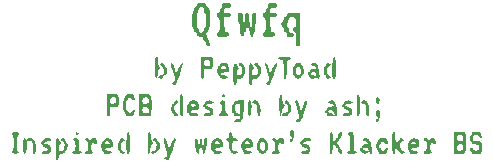
<source format=gto>
G04 #@! TF.GenerationSoftware,KiCad,Pcbnew,(6.0.11-0)*
G04 #@! TF.CreationDate,2023-07-13T15:03:37+09:00*
G04 #@! TF.ProjectId,qfwfq,71667766-712e-46b6-9963-61645f706362,rev?*
G04 #@! TF.SameCoordinates,Original*
G04 #@! TF.FileFunction,Legend,Top*
G04 #@! TF.FilePolarity,Positive*
%FSLAX46Y46*%
G04 Gerber Fmt 4.6, Leading zero omitted, Abs format (unit mm)*
G04 Created by KiCad (PCBNEW (6.0.11-0)) date 2023-07-13 15:03:37*
%MOMM*%
%LPD*%
G01*
G04 APERTURE LIST*
G04 Aperture macros list*
%AMFreePoly0*
4,1,17,0.470280,1.085355,1.085355,0.470280,1.100000,0.434925,1.100000,-0.434925,1.085355,-0.470281,0.470280,-1.085355,0.434925,-1.100000,-0.434925,-1.100000,-0.470281,-1.085355,-1.085355,-0.470280,-1.100000,-0.434925,-1.100000,0.434925,-1.085355,0.470280,-0.470281,1.085355,-0.434925,1.100000,0.434925,1.100000,0.470280,1.085355,0.470280,1.085355,$1*%
%AMFreePoly1*
4,1,17,0.480635,1.110355,1.110356,0.480635,1.125000,0.445280,1.125000,-0.445280,1.110356,-0.480635,0.480635,-1.110355,0.445280,-1.125000,-0.445280,-1.125000,-0.480635,-1.110356,-1.110355,-0.480635,-1.125000,-0.445280,-1.125000,0.445280,-1.110355,0.480635,-0.480635,1.110356,-0.445280,1.125000,0.445280,1.125000,0.480635,1.110355,0.480635,1.110355,$1*%
%AMFreePoly2*
4,1,17,0.307538,0.785355,0.485355,0.607538,0.500000,0.572183,0.500000,-0.572183,0.485355,-0.607538,0.307538,-0.785355,0.272183,-0.800000,-0.272183,-0.800000,-0.307538,-0.785355,-0.485355,-0.607538,-0.500000,-0.572183,-0.500000,0.572183,-0.485355,0.607538,-0.307538,0.785355,-0.272183,0.800000,0.272183,0.800000,0.307538,0.785355,0.307538,0.785355,$1*%
%AMFreePoly3*
4,1,17,0.307538,1.035355,0.485355,0.857538,0.500000,0.822183,0.500000,-0.822183,0.485355,-0.857538,0.307538,-1.035355,0.272183,-1.050000,-0.272183,-1.050000,-0.307538,-1.035355,-0.485355,-0.857538,-0.500000,-0.822183,-0.500000,0.822183,-0.485355,0.857538,-0.307538,1.035355,-0.272183,1.050000,0.272183,1.050000,0.307538,1.035355,0.307538,1.035355,$1*%
G04 Aperture macros list end*
%ADD10C,1.750000*%
%ADD11C,3.987800*%
%ADD12FreePoly0,0.000000*%
%ADD13FreePoly1,0.000000*%
%ADD14C,0.650000*%
%ADD15FreePoly2,0.000000*%
%ADD16FreePoly3,0.000000*%
G04 APERTURE END LIST*
G36*
X142287570Y-108016522D02*
G01*
X142384704Y-107909317D01*
X142393772Y-107855744D01*
X142464911Y-107765142D01*
X142688395Y-107730967D01*
X142737457Y-107730366D01*
X142980846Y-107763213D01*
X143120214Y-107883763D01*
X143180521Y-108125032D01*
X143189079Y-108327753D01*
X143166512Y-108456692D01*
X143064389Y-108513950D01*
X142836280Y-108526882D01*
X142590129Y-108548803D01*
X142488698Y-108621469D01*
X142482274Y-108659635D01*
X142549444Y-108757821D01*
X142763818Y-108792147D01*
X142792030Y-108792387D01*
X143021130Y-108821174D01*
X143101226Y-108913049D01*
X143101786Y-108925140D01*
X143043330Y-109017447D01*
X142849553Y-109055483D01*
X142747779Y-109057892D01*
X142495581Y-109033441D01*
X142396689Y-108955981D01*
X142393772Y-108932515D01*
X142330389Y-108796715D01*
X142287570Y-108771737D01*
X142219518Y-108669054D01*
X142183222Y-108458402D01*
X142181368Y-108394129D01*
X142206195Y-108166577D01*
X142223204Y-108128624D01*
X142482274Y-108128624D01*
X142559208Y-108235394D01*
X142703528Y-108261377D01*
X142881478Y-108215216D01*
X142924782Y-108128624D01*
X142847847Y-108021854D01*
X142703528Y-107995872D01*
X142525578Y-108042032D01*
X142482274Y-108128624D01*
X142223204Y-108128624D01*
X142267815Y-108029084D01*
X142287570Y-108016522D01*
G37*
G36*
X133101089Y-98526185D02*
G01*
X133100055Y-99055663D01*
X133094832Y-99433612D01*
X133082236Y-99685501D01*
X133059082Y-99836802D01*
X133022188Y-99912985D01*
X132968368Y-99939521D01*
X132924085Y-99942213D01*
X132831065Y-99925499D01*
X132777774Y-99850126D01*
X132753401Y-99678246D01*
X132747131Y-99372014D01*
X132747082Y-99322701D01*
X132739275Y-98986109D01*
X132711203Y-98793468D01*
X132655890Y-98712221D01*
X132614329Y-98703189D01*
X132508208Y-98639056D01*
X132487704Y-98498817D01*
X132551784Y-98360706D01*
X132619457Y-98315209D01*
X132710100Y-98221916D01*
X132735940Y-98013354D01*
X132730085Y-97885357D01*
X132701925Y-97647171D01*
X132635814Y-97532770D01*
X132490367Y-97488970D01*
X132415200Y-97480682D01*
X132217460Y-97477950D01*
X132139582Y-97547616D01*
X132127570Y-97679811D01*
X132097958Y-97848797D01*
X132039068Y-97906673D01*
X131972539Y-97982411D01*
X131950566Y-98127927D01*
X131980861Y-98294250D01*
X132039068Y-98349182D01*
X132105597Y-98424920D01*
X132127570Y-98570436D01*
X132164123Y-98738856D01*
X132308050Y-98790756D01*
X132348824Y-98791690D01*
X132522323Y-98833175D01*
X132570078Y-98968694D01*
X132535429Y-99090688D01*
X132400160Y-99139911D01*
X132260322Y-99145697D01*
X132050847Y-99129167D01*
X131965092Y-99054778D01*
X131950566Y-98924443D01*
X131904405Y-98746493D01*
X131817814Y-98703189D01*
X131711044Y-98626254D01*
X131685061Y-98481934D01*
X131654766Y-98315612D01*
X131596559Y-98260680D01*
X131524653Y-98186555D01*
X131508057Y-98083676D01*
X131545120Y-97939864D01*
X131596559Y-97906673D01*
X131663088Y-97830935D01*
X131685061Y-97685419D01*
X131731222Y-97507469D01*
X131817814Y-97464164D01*
X131925927Y-97390381D01*
X131950566Y-97287161D01*
X131968495Y-97191369D01*
X132048357Y-97137963D01*
X132229263Y-97114908D01*
X132525828Y-97110157D01*
X133101089Y-97110157D01*
X133101089Y-98526185D01*
G37*
G36*
X118906241Y-104033997D02*
G01*
X119022942Y-104115375D01*
X119062032Y-104212422D01*
X119109409Y-104427797D01*
X119088194Y-104522777D01*
X118987502Y-104544300D01*
X118985061Y-104544304D01*
X118867728Y-104473461D01*
X118852308Y-104411551D01*
X118778525Y-104303438D01*
X118675305Y-104278798D01*
X118531154Y-104334136D01*
X118498301Y-104411551D01*
X118450513Y-104529326D01*
X118409800Y-104544304D01*
X118357019Y-104623405D01*
X118325359Y-104823542D01*
X118321298Y-104942561D01*
X118338876Y-105180073D01*
X118383351Y-105322545D01*
X118409800Y-105340819D01*
X118488317Y-105412502D01*
X118498301Y-105473572D01*
X118572085Y-105581685D01*
X118675305Y-105606324D01*
X118819456Y-105550987D01*
X118852308Y-105473572D01*
X118923151Y-105356239D01*
X118985061Y-105340819D01*
X119087186Y-105361506D01*
X119109650Y-105454859D01*
X119063340Y-105667815D01*
X119062032Y-105672701D01*
X118990780Y-105807963D01*
X118838159Y-105864091D01*
X118672015Y-105871830D01*
X118446221Y-105855754D01*
X118334855Y-105779913D01*
X118277047Y-105606324D01*
X118212828Y-105420524D01*
X118138858Y-105340869D01*
X118137263Y-105340819D01*
X118088672Y-105261704D01*
X118059528Y-105061536D01*
X118055793Y-104942561D01*
X118071977Y-104705031D01*
X118112924Y-104562564D01*
X118137263Y-104544304D01*
X118211032Y-104468009D01*
X118275898Y-104283961D01*
X118277047Y-104278798D01*
X118335930Y-104103508D01*
X118448501Y-104028815D01*
X118672015Y-104013293D01*
X118906241Y-104033997D01*
G37*
G36*
X109882490Y-107785598D02*
G01*
X109941209Y-107963754D01*
X109950426Y-108283527D01*
X109933659Y-108552091D01*
X109889411Y-108874345D01*
X109821405Y-109034220D01*
X109769921Y-109057892D01*
X109704216Y-109012574D01*
X109665789Y-108858143D01*
X109649553Y-108566882D01*
X109648127Y-108394129D01*
X109656347Y-108036644D01*
X109684458Y-107827489D01*
X109737635Y-107738604D01*
X109770558Y-107730366D01*
X109882490Y-107785598D01*
G37*
G36*
X126630331Y-104555547D02*
G01*
X126696535Y-104616986D01*
X126723638Y-104770183D01*
X126728959Y-105056702D01*
X126728963Y-105075314D01*
X126739159Y-105383648D01*
X126775300Y-105549191D01*
X126845721Y-105605277D01*
X126861716Y-105606324D01*
X126979049Y-105677167D01*
X126994469Y-105739077D01*
X126942348Y-105826576D01*
X126765128Y-105866432D01*
X126596211Y-105871830D01*
X126333714Y-105854456D01*
X126214147Y-105795383D01*
X126197953Y-105739077D01*
X126268796Y-105621744D01*
X126330706Y-105606324D01*
X126418205Y-105554204D01*
X126458060Y-105376984D01*
X126463458Y-105208067D01*
X126445880Y-104970555D01*
X126401405Y-104828083D01*
X126374956Y-104809809D01*
X126296440Y-104738126D01*
X126286455Y-104677056D01*
X126363390Y-104570286D01*
X126507709Y-104544304D01*
X126630331Y-104555547D01*
G37*
G36*
X117207994Y-104013293D02*
G01*
X117485812Y-104019437D01*
X117636136Y-104054139D01*
X117708427Y-104141806D01*
X117746037Y-104278798D01*
X117769872Y-104571889D01*
X117746037Y-104809809D01*
X117688627Y-104983057D01*
X117579479Y-105058334D01*
X117358073Y-105075286D01*
X117340747Y-105075314D01*
X116993772Y-105075314D01*
X116993772Y-105473572D01*
X116976398Y-105736069D01*
X116917325Y-105855636D01*
X116861019Y-105871830D01*
X116800397Y-105843341D01*
X116760961Y-105738824D01*
X116738628Y-105529706D01*
X116729317Y-105187414D01*
X116728267Y-104942561D01*
X116728267Y-104544304D01*
X116993772Y-104544304D01*
X117015701Y-104732361D01*
X117119144Y-104801675D01*
X117259277Y-104809809D01*
X117447334Y-104787879D01*
X117516648Y-104684436D01*
X117524782Y-104544304D01*
X117502853Y-104356246D01*
X117399410Y-104286932D01*
X117259277Y-104278798D01*
X117071220Y-104300728D01*
X117001906Y-104404171D01*
X116993772Y-104544304D01*
X116728267Y-104544304D01*
X116728267Y-104013293D01*
X117207994Y-104013293D01*
G37*
G36*
X131551306Y-104065413D02*
G01*
X131591161Y-104242634D01*
X131596559Y-104411551D01*
X131614137Y-104649063D01*
X131658612Y-104791535D01*
X131685061Y-104809809D01*
X131763578Y-104881491D01*
X131773563Y-104942561D01*
X131725774Y-105060337D01*
X131685061Y-105075314D01*
X131615515Y-105150357D01*
X131595351Y-105274443D01*
X131569606Y-105541849D01*
X131507564Y-105758729D01*
X131427032Y-105867928D01*
X131409234Y-105871830D01*
X131377141Y-105789436D01*
X131351433Y-105566626D01*
X131335184Y-105239956D01*
X131331054Y-104942561D01*
X131335124Y-104518207D01*
X131350055Y-104242152D01*
X131379929Y-104085823D01*
X131428828Y-104020648D01*
X131463807Y-104013293D01*
X131551306Y-104065413D01*
G37*
G36*
X138090578Y-104083523D02*
G01*
X138145148Y-104304975D01*
X138162327Y-104477927D01*
X138179988Y-104935157D01*
X138166366Y-105334236D01*
X138125130Y-105643286D01*
X138059946Y-105830431D01*
X138001976Y-105871830D01*
X137945358Y-105834264D01*
X137908503Y-105704233D01*
X137888002Y-105455734D01*
X137880448Y-105062764D01*
X137880183Y-104942561D01*
X137884890Y-104512651D01*
X137901394Y-104232816D01*
X137933268Y-104076320D01*
X137984087Y-104016426D01*
X138004394Y-104013293D01*
X138090578Y-104083523D01*
G37*
G36*
X123136223Y-101362922D02*
G01*
X123170557Y-101395826D01*
X123168430Y-101485241D01*
X123125115Y-101659455D01*
X123035886Y-101946756D01*
X122904569Y-102349343D01*
X122770812Y-102744165D01*
X122669764Y-102998638D01*
X122584791Y-103142398D01*
X122499264Y-103205083D01*
X122417809Y-103216777D01*
X122254042Y-103167048D01*
X122215375Y-103084025D01*
X122286217Y-102966692D01*
X122348127Y-102951272D01*
X122456119Y-102876712D01*
X122469031Y-102653354D01*
X122386886Y-102281688D01*
X122303876Y-102022004D01*
X122193623Y-101691259D01*
X122141868Y-101493104D01*
X122145801Y-101394083D01*
X122202611Y-101360740D01*
X122248124Y-101358241D01*
X122340804Y-101439625D01*
X122439667Y-101657705D01*
X122530326Y-101973374D01*
X122589939Y-102287509D01*
X122625056Y-102306035D01*
X122692694Y-102176075D01*
X122781057Y-101920509D01*
X122783833Y-101911377D01*
X122891688Y-101612120D01*
X122997306Y-101415831D01*
X123070153Y-101358241D01*
X123136223Y-101362922D01*
G37*
G36*
X126180253Y-101644396D02*
G01*
X126277387Y-101537191D01*
X126286455Y-101483618D01*
X126357594Y-101393017D01*
X126581078Y-101358841D01*
X126630140Y-101358241D01*
X126873529Y-101391088D01*
X127012897Y-101511638D01*
X127073204Y-101752906D01*
X127081762Y-101955628D01*
X127059195Y-102084567D01*
X126957072Y-102141824D01*
X126728963Y-102154757D01*
X126482812Y-102176678D01*
X126381381Y-102249344D01*
X126374956Y-102287509D01*
X126442127Y-102385695D01*
X126656501Y-102420022D01*
X126684713Y-102420262D01*
X126913813Y-102449049D01*
X126993909Y-102540924D01*
X126994469Y-102553014D01*
X126936012Y-102645321D01*
X126742236Y-102683358D01*
X126640462Y-102685767D01*
X126388264Y-102661315D01*
X126289372Y-102583855D01*
X126286455Y-102560390D01*
X126223072Y-102424589D01*
X126180253Y-102399611D01*
X126112201Y-102296929D01*
X126075905Y-102086276D01*
X126074051Y-102022004D01*
X126098878Y-101794452D01*
X126115887Y-101756499D01*
X126374956Y-101756499D01*
X126451891Y-101863269D01*
X126596211Y-101889251D01*
X126774160Y-101843090D01*
X126817465Y-101756499D01*
X126740530Y-101649729D01*
X126596211Y-101623746D01*
X126418261Y-101669907D01*
X126374956Y-101756499D01*
X126115887Y-101756499D01*
X126160498Y-101656958D01*
X126180253Y-101644396D01*
G37*
G36*
X135962705Y-104581974D02*
G01*
X136021646Y-104669681D01*
X136066472Y-104801910D01*
X136096829Y-104824559D01*
X136145571Y-104921564D01*
X136193964Y-105142042D01*
X136223187Y-105362945D01*
X136243547Y-105662490D01*
X136225096Y-105821107D01*
X136163457Y-105871486D01*
X136155036Y-105871830D01*
X136054573Y-105795236D01*
X135978345Y-105610577D01*
X135977395Y-105606324D01*
X135899000Y-105409931D01*
X135753407Y-105342857D01*
X135704858Y-105340819D01*
X135532186Y-105388254D01*
X135490636Y-105473572D01*
X135567571Y-105580342D01*
X135711890Y-105606324D01*
X135889840Y-105652485D01*
X135933145Y-105739077D01*
X135853986Y-105844470D01*
X135667639Y-105871830D01*
X135456853Y-105832251D01*
X135402134Y-105739077D01*
X135354346Y-105621302D01*
X135313632Y-105606324D01*
X135235115Y-105534642D01*
X135225131Y-105473572D01*
X135272919Y-105355797D01*
X135313632Y-105340819D01*
X135392149Y-105269137D01*
X135402134Y-105208067D01*
X135481293Y-105102674D01*
X135667639Y-105075314D01*
X135878426Y-105035735D01*
X135933145Y-104942561D01*
X135856210Y-104835792D01*
X135711890Y-104809809D01*
X135533941Y-104763648D01*
X135490636Y-104677056D01*
X135569794Y-104571663D01*
X135756141Y-104544304D01*
X135962705Y-104581974D01*
G37*
G36*
X116356559Y-108016522D02*
G01*
X116453694Y-107909317D01*
X116462761Y-107855744D01*
X116533901Y-107765142D01*
X116757385Y-107730967D01*
X116806446Y-107730366D01*
X117049835Y-107763213D01*
X117189204Y-107883763D01*
X117249511Y-108125032D01*
X117258069Y-108327753D01*
X117235502Y-108456692D01*
X117133379Y-108513950D01*
X116905270Y-108526882D01*
X116659118Y-108548803D01*
X116557688Y-108621469D01*
X116551263Y-108659635D01*
X116618433Y-108757821D01*
X116832808Y-108792147D01*
X116861019Y-108792387D01*
X117090120Y-108821174D01*
X117170215Y-108913049D01*
X117170775Y-108925140D01*
X117112319Y-109017447D01*
X116918543Y-109055483D01*
X116816768Y-109057892D01*
X116564571Y-109033441D01*
X116465679Y-108955981D01*
X116462761Y-108932515D01*
X116399378Y-108796715D01*
X116356559Y-108771737D01*
X116288508Y-108669054D01*
X116252212Y-108458402D01*
X116250357Y-108394129D01*
X116275184Y-108166577D01*
X116292194Y-108128624D01*
X116551263Y-108128624D01*
X116628198Y-108235394D01*
X116772517Y-108261377D01*
X116950467Y-108215216D01*
X116993772Y-108128624D01*
X116916837Y-108021854D01*
X116772517Y-107995872D01*
X116594568Y-108042032D01*
X116551263Y-108128624D01*
X116292194Y-108128624D01*
X116336805Y-108029084D01*
X116356559Y-108016522D01*
G37*
G36*
X127111380Y-96325666D02*
G01*
X127229322Y-96374476D01*
X127259938Y-96479178D01*
X127259974Y-96485038D01*
X127210331Y-96614865D01*
X127035331Y-96676648D01*
X126972343Y-96684167D01*
X126757367Y-96737071D01*
X126665937Y-96862916D01*
X126656432Y-96911028D01*
X126660137Y-97044224D01*
X126753830Y-97099920D01*
X126944062Y-97110157D01*
X127161065Y-97129749D01*
X127249528Y-97205072D01*
X127259974Y-97281553D01*
X127210331Y-97411380D01*
X127035331Y-97473164D01*
X126972343Y-97480682D01*
X126684713Y-97508415D01*
X126684713Y-98127927D01*
X126689162Y-98453644D01*
X126710748Y-98642616D01*
X126761826Y-98735037D01*
X126854750Y-98771100D01*
X126883841Y-98775720D01*
X127050320Y-98863388D01*
X127082970Y-98974849D01*
X127061847Y-99070498D01*
X126971730Y-99122184D01*
X126772498Y-99142817D01*
X126551960Y-99145697D01*
X126254228Y-99138705D01*
X126093340Y-99109336D01*
X126029408Y-99045008D01*
X126020949Y-98978163D01*
X126082549Y-98813264D01*
X126153702Y-98759686D01*
X126230957Y-98678520D01*
X126272939Y-98488138D01*
X126286405Y-98156380D01*
X126286455Y-98127927D01*
X126274679Y-97785406D01*
X126234847Y-97586443D01*
X126160201Y-97498879D01*
X126153702Y-97496169D01*
X126041769Y-97375477D01*
X126020949Y-97277692D01*
X126078899Y-97139484D01*
X126153702Y-97110157D01*
X126262341Y-97036801D01*
X126286455Y-96938377D01*
X126327094Y-96768954D01*
X126374956Y-96711899D01*
X126449304Y-96587070D01*
X126463458Y-96485422D01*
X126491261Y-96377760D01*
X126604300Y-96326896D01*
X126847019Y-96313660D01*
X126861716Y-96313642D01*
X127111380Y-96325666D01*
G37*
G36*
X138883263Y-107768037D02*
G01*
X138942204Y-107855744D01*
X138987030Y-107987973D01*
X139017386Y-108010622D01*
X139066129Y-108107627D01*
X139114522Y-108328104D01*
X139143745Y-108549007D01*
X139164104Y-108848553D01*
X139145654Y-109007169D01*
X139084014Y-109057549D01*
X139075594Y-109057892D01*
X138975130Y-108981299D01*
X138898902Y-108796640D01*
X138897953Y-108792387D01*
X138819557Y-108595994D01*
X138673964Y-108528919D01*
X138625416Y-108526882D01*
X138452744Y-108574317D01*
X138411193Y-108659635D01*
X138488128Y-108766404D01*
X138632448Y-108792387D01*
X138810397Y-108838548D01*
X138853702Y-108925140D01*
X138774544Y-109030533D01*
X138588197Y-109057892D01*
X138377411Y-109018313D01*
X138322692Y-108925140D01*
X138274903Y-108807364D01*
X138234190Y-108792387D01*
X138155673Y-108720705D01*
X138145688Y-108659635D01*
X138193477Y-108541859D01*
X138234190Y-108526882D01*
X138312707Y-108455199D01*
X138322692Y-108394129D01*
X138401850Y-108288736D01*
X138588197Y-108261377D01*
X138798983Y-108221798D01*
X138853702Y-108128624D01*
X138776767Y-108021854D01*
X138632448Y-107995872D01*
X138454498Y-107949711D01*
X138411193Y-107863119D01*
X138490352Y-107757726D01*
X138676699Y-107730366D01*
X138883263Y-107768037D01*
G37*
G36*
X136038018Y-100855720D02*
G01*
X136077454Y-100960236D01*
X136099787Y-101169354D01*
X136109097Y-101511646D01*
X136110148Y-101756499D01*
X136105349Y-102187281D01*
X136088617Y-102467692D01*
X136056448Y-102624165D01*
X136005340Y-102683130D01*
X135986990Y-102685767D01*
X135875777Y-102610562D01*
X135824150Y-102486638D01*
X135801145Y-102257357D01*
X135800965Y-101982099D01*
X135801195Y-101977753D01*
X135814691Y-101689184D01*
X135827954Y-101347083D01*
X135831283Y-101247614D01*
X135857184Y-100973878D01*
X135919000Y-100846048D01*
X135977395Y-100827230D01*
X136038018Y-100855720D01*
G37*
G36*
X140319232Y-107745387D02*
G01*
X140439956Y-107782819D01*
X140447942Y-107796743D01*
X140469784Y-107927247D01*
X140502515Y-108062248D01*
X140510832Y-108218806D01*
X140412805Y-108261377D01*
X140288976Y-108194920D01*
X140269730Y-108128624D01*
X140195946Y-108020511D01*
X140092726Y-107995872D01*
X139948576Y-108051209D01*
X139915723Y-108128624D01*
X139867935Y-108246400D01*
X139827221Y-108261377D01*
X139748704Y-108333059D01*
X139738720Y-108394129D01*
X139786508Y-108511905D01*
X139827221Y-108526882D01*
X139905738Y-108598565D01*
X139915723Y-108659635D01*
X139989506Y-108767748D01*
X140092726Y-108792387D01*
X140236877Y-108737050D01*
X140269730Y-108659635D01*
X140340573Y-108542302D01*
X140402483Y-108526882D01*
X140504608Y-108547569D01*
X140527072Y-108640922D01*
X140480761Y-108853878D01*
X140479454Y-108858764D01*
X140408202Y-108994026D01*
X140255580Y-109050154D01*
X140089436Y-109057892D01*
X139863642Y-109041817D01*
X139752276Y-108965975D01*
X139694469Y-108792387D01*
X139630249Y-108606587D01*
X139556279Y-108526932D01*
X139554684Y-108526882D01*
X139482372Y-108455095D01*
X139473214Y-108394129D01*
X139517270Y-108276299D01*
X139554684Y-108261377D01*
X139628454Y-108185082D01*
X139693319Y-108001034D01*
X139694469Y-107995872D01*
X139751878Y-107822623D01*
X139861027Y-107747346D01*
X140082433Y-107730394D01*
X140099758Y-107730366D01*
X140319232Y-107745387D01*
G37*
G36*
X113154711Y-107782581D02*
G01*
X113188197Y-107855744D01*
X113251580Y-107991544D01*
X113294399Y-108016522D01*
X113362450Y-108119204D01*
X113398746Y-108329857D01*
X113400601Y-108394129D01*
X113375774Y-108621682D01*
X113314154Y-108759175D01*
X113294399Y-108771737D01*
X113197265Y-108878942D01*
X113188197Y-108932515D01*
X113108424Y-109030059D01*
X112922692Y-109057892D01*
X112734634Y-109079822D01*
X112665320Y-109183265D01*
X112657186Y-109323398D01*
X112617607Y-109534184D01*
X112524434Y-109588903D01*
X112463812Y-109560414D01*
X112424375Y-109455897D01*
X112402043Y-109246779D01*
X112392732Y-108904487D01*
X112391681Y-108659635D01*
X112395751Y-108235280D01*
X112410682Y-107959225D01*
X112440556Y-107802897D01*
X112489455Y-107737721D01*
X112524434Y-107730366D01*
X112641767Y-107801209D01*
X112657186Y-107863119D01*
X112704975Y-107980894D01*
X112745688Y-107995872D01*
X112824205Y-108067554D01*
X112834190Y-108128624D01*
X112786401Y-108246400D01*
X112745688Y-108261377D01*
X112683548Y-108338282D01*
X112657193Y-108523579D01*
X112657186Y-108526882D01*
X112681661Y-108717313D01*
X112782860Y-108786686D01*
X112868119Y-108792387D01*
X113060570Y-108726577D01*
X113130427Y-108595926D01*
X113152526Y-108349184D01*
X113104368Y-108132454D01*
X113003605Y-108006941D01*
X112957348Y-107995872D01*
X112848393Y-107924821D01*
X112834190Y-107863119D01*
X112907973Y-107755006D01*
X113011193Y-107730366D01*
X113154711Y-107782581D01*
G37*
G36*
X136614829Y-107241613D02*
G01*
X136611024Y-107394745D01*
X136599958Y-107442736D01*
X136529813Y-107629743D01*
X136457611Y-107715616D01*
X136382707Y-107817211D01*
X136375653Y-107870494D01*
X136325436Y-107983457D01*
X136287152Y-107995872D01*
X136208635Y-108067554D01*
X136198650Y-108128624D01*
X136246438Y-108246400D01*
X136287152Y-108261377D01*
X136366890Y-108332518D01*
X136375653Y-108386754D01*
X136424441Y-108518901D01*
X136457611Y-108541632D01*
X136536637Y-108640586D01*
X136599958Y-108814513D01*
X136621218Y-108994882D01*
X136551338Y-109056378D01*
X136525032Y-109057892D01*
X136408649Y-108978863D01*
X136331402Y-108792387D01*
X136267183Y-108606587D01*
X136193213Y-108526932D01*
X136191618Y-108526882D01*
X136119306Y-108455095D01*
X136110148Y-108394129D01*
X136039305Y-108276796D01*
X135977395Y-108261377D01*
X135889897Y-108313497D01*
X135850041Y-108490718D01*
X135844643Y-108659635D01*
X135827269Y-108922131D01*
X135768196Y-109041699D01*
X135711890Y-109057892D01*
X135651268Y-109029403D01*
X135611832Y-108924887D01*
X135589499Y-108715769D01*
X135580188Y-108373477D01*
X135579138Y-108128624D01*
X135583208Y-107704269D01*
X135598138Y-107428214D01*
X135628012Y-107271886D01*
X135676911Y-107206711D01*
X135711890Y-107199356D01*
X135799389Y-107251476D01*
X135839245Y-107428697D01*
X135844643Y-107597614D01*
X135862016Y-107860111D01*
X135921090Y-107979678D01*
X135977395Y-107995872D01*
X136094728Y-107925029D01*
X136110148Y-107863119D01*
X136154204Y-107745289D01*
X136191618Y-107730366D01*
X136265388Y-107654072D01*
X136330253Y-107470024D01*
X136331402Y-107464861D01*
X136414355Y-107270561D01*
X136525032Y-107199356D01*
X136614829Y-107241613D01*
G37*
G36*
X122713532Y-104599641D02*
G01*
X122746385Y-104677056D01*
X122680845Y-104794507D01*
X122623954Y-104809809D01*
X122508487Y-104884543D01*
X122450148Y-105006270D01*
X122428049Y-105253012D01*
X122476207Y-105469742D01*
X122576969Y-105595255D01*
X122623227Y-105606324D01*
X122732182Y-105677375D01*
X122746385Y-105739077D01*
X122672602Y-105847190D01*
X122569382Y-105871830D01*
X122425864Y-105819615D01*
X122392378Y-105746452D01*
X122328995Y-105610652D01*
X122286176Y-105585674D01*
X122218125Y-105482992D01*
X122181829Y-105272339D01*
X122179974Y-105208067D01*
X122204801Y-104980514D01*
X122266421Y-104843021D01*
X122286176Y-104830459D01*
X122383310Y-104723254D01*
X122392378Y-104669681D01*
X122466094Y-104568023D01*
X122569382Y-104544304D01*
X122713532Y-104599641D01*
G37*
G36*
X137418321Y-104566225D02*
G01*
X137519751Y-104638891D01*
X137526176Y-104677056D01*
X137459006Y-104775242D01*
X137244631Y-104809569D01*
X137216420Y-104809809D01*
X136987319Y-104838596D01*
X136907224Y-104930471D01*
X136906664Y-104942561D01*
X136985317Y-105048256D01*
X137161847Y-105075314D01*
X137382354Y-105144209D01*
X137490319Y-105338627D01*
X137476235Y-105640166D01*
X137469133Y-105670033D01*
X137402911Y-105805212D01*
X137258949Y-105862580D01*
X137074073Y-105871830D01*
X136831549Y-105848660D01*
X136734401Y-105772384D01*
X136729660Y-105739077D01*
X136808819Y-105633684D01*
X136995166Y-105606324D01*
X137205952Y-105566745D01*
X137260671Y-105473572D01*
X137183736Y-105366802D01*
X137039416Y-105340819D01*
X136861467Y-105294658D01*
X136818162Y-105208067D01*
X136770374Y-105090291D01*
X136729660Y-105075314D01*
X136651143Y-105003631D01*
X136641159Y-104942561D01*
X136688947Y-104824786D01*
X136729660Y-104809809D01*
X136808177Y-104738126D01*
X136818162Y-104677056D01*
X136876618Y-104584749D01*
X137070395Y-104546713D01*
X137172169Y-104544304D01*
X137418321Y-104566225D01*
G37*
G36*
X125649242Y-108016522D02*
G01*
X125746376Y-107909317D01*
X125755444Y-107855744D01*
X125826584Y-107765142D01*
X126050068Y-107730967D01*
X126099129Y-107730366D01*
X126342518Y-107763213D01*
X126481887Y-107883763D01*
X126542194Y-108125032D01*
X126550751Y-108327753D01*
X126528185Y-108456692D01*
X126426062Y-108513950D01*
X126197953Y-108526882D01*
X125951801Y-108548803D01*
X125850371Y-108621469D01*
X125843946Y-108659635D01*
X125911116Y-108757821D01*
X126125491Y-108792147D01*
X126153702Y-108792387D01*
X126382803Y-108821174D01*
X126462898Y-108913049D01*
X126463458Y-108925140D01*
X126405002Y-109017447D01*
X126211226Y-109055483D01*
X126109451Y-109057892D01*
X125857254Y-109033441D01*
X125758361Y-108955981D01*
X125755444Y-108932515D01*
X125692061Y-108796715D01*
X125649242Y-108771737D01*
X125581191Y-108669054D01*
X125544895Y-108458402D01*
X125543040Y-108394129D01*
X125567867Y-108166577D01*
X125584877Y-108128624D01*
X125843946Y-108128624D01*
X125920881Y-108235394D01*
X126065200Y-108261377D01*
X126243150Y-108215216D01*
X126286455Y-108128624D01*
X126209520Y-108021854D01*
X126065200Y-107995872D01*
X125887251Y-108042032D01*
X125843946Y-108128624D01*
X125584877Y-108128624D01*
X125629488Y-108029084D01*
X125649242Y-108016522D01*
G37*
G36*
X126713544Y-104084136D02*
G01*
X126728963Y-104146046D01*
X126658121Y-104263379D01*
X126596211Y-104278798D01*
X126478878Y-104207956D01*
X126463458Y-104146046D01*
X126534301Y-104028713D01*
X126596211Y-104013293D01*
X126713544Y-104084136D01*
G37*
G36*
X120400086Y-107251476D02*
G01*
X120439942Y-107428697D01*
X120445340Y-107597614D01*
X120462918Y-107835125D01*
X120507393Y-107977597D01*
X120533841Y-107995872D01*
X120612358Y-108067554D01*
X120622343Y-108128624D01*
X120574555Y-108246400D01*
X120533841Y-108261377D01*
X120464295Y-108336420D01*
X120444131Y-108460506D01*
X120418387Y-108727912D01*
X120356345Y-108944792D01*
X120275813Y-109053990D01*
X120258014Y-109057892D01*
X120225922Y-108975499D01*
X120200213Y-108752689D01*
X120183965Y-108426019D01*
X120179835Y-108128624D01*
X120183904Y-107704269D01*
X120198835Y-107428214D01*
X120228709Y-107271886D01*
X120277608Y-107206711D01*
X120312587Y-107199356D01*
X120400086Y-107251476D01*
G37*
G36*
X146593594Y-107199356D02*
G01*
X146871256Y-107204349D01*
X147019551Y-107236733D01*
X147086110Y-107322613D01*
X147118402Y-107486987D01*
X147146952Y-107776889D01*
X147160322Y-108099058D01*
X147160460Y-108128624D01*
X147149215Y-108445839D01*
X147121803Y-108745847D01*
X147118402Y-108770262D01*
X147085894Y-108935263D01*
X147019034Y-109020798D01*
X146870192Y-109052973D01*
X146593594Y-109057892D01*
X146110845Y-109057892D01*
X146110845Y-108526882D01*
X146376350Y-108526882D01*
X146398280Y-108714939D01*
X146501723Y-108784253D01*
X146641855Y-108792387D01*
X146829913Y-108770458D01*
X146899227Y-108667015D01*
X146907361Y-108526882D01*
X146885431Y-108338825D01*
X146781988Y-108269511D01*
X146641855Y-108261377D01*
X146453798Y-108283306D01*
X146384484Y-108386749D01*
X146376350Y-108526882D01*
X146110845Y-108526882D01*
X146110845Y-107730366D01*
X146376350Y-107730366D01*
X146398280Y-107918424D01*
X146501723Y-107987738D01*
X146641855Y-107995872D01*
X146829913Y-107973942D01*
X146899227Y-107870499D01*
X146907361Y-107730366D01*
X146885431Y-107542309D01*
X146781988Y-107472995D01*
X146641855Y-107464861D01*
X146453798Y-107486791D01*
X146384484Y-107590234D01*
X146376350Y-107730366D01*
X146110845Y-107730366D01*
X146110845Y-107199356D01*
X146593594Y-107199356D01*
G37*
G36*
X125184596Y-107755685D02*
G01*
X125214715Y-107858796D01*
X125200765Y-108080429D01*
X125186636Y-108195000D01*
X125114616Y-108654934D01*
X125041187Y-108946164D01*
X124967603Y-109066617D01*
X124895114Y-109014216D01*
X124826176Y-108792387D01*
X124764009Y-108606651D01*
X124694936Y-108526936D01*
X124693423Y-108526882D01*
X124624606Y-108603114D01*
X124561862Y-108787033D01*
X124560671Y-108792387D01*
X124486872Y-109001224D01*
X124403482Y-109044279D01*
X124326203Y-108917400D01*
X124309708Y-108858764D01*
X124269896Y-108655734D01*
X124223301Y-108361877D01*
X124200210Y-108195000D01*
X124172410Y-107921628D01*
X124186085Y-107781202D01*
X124248560Y-107732992D01*
X124283764Y-107730366D01*
X124375495Y-107771763D01*
X124421367Y-107920823D01*
X124434138Y-108150750D01*
X124445139Y-108386646D01*
X124471920Y-108460520D01*
X124516420Y-108394129D01*
X124577647Y-108167059D01*
X124598701Y-107973746D01*
X124631031Y-107797005D01*
X124693423Y-107730366D01*
X124759648Y-107806852D01*
X124788145Y-107973746D01*
X124821072Y-108227714D01*
X124870427Y-108394129D01*
X124916759Y-108460442D01*
X124942612Y-108378633D01*
X124952708Y-108150750D01*
X124970835Y-107885028D01*
X125023834Y-107757690D01*
X125103083Y-107730366D01*
X125184596Y-107755685D01*
G37*
G36*
X129306410Y-97118831D02*
G01*
X129357631Y-97167705D01*
X129376598Y-97291055D01*
X129368768Y-97523159D01*
X129340736Y-97884547D01*
X129305884Y-98236341D01*
X129267554Y-98515589D01*
X129232108Y-98679273D01*
X129219641Y-98703189D01*
X129159358Y-98822087D01*
X129153911Y-98858067D01*
X129126202Y-99058200D01*
X129067938Y-99135556D01*
X128995807Y-99145697D01*
X128899508Y-99061126D01*
X128826033Y-98822229D01*
X128813380Y-98747439D01*
X128743914Y-98467766D01*
X128646083Y-98351879D01*
X128626328Y-98349182D01*
X128523100Y-98422872D01*
X128498998Y-98526185D01*
X128468206Y-98670090D01*
X128425595Y-98703189D01*
X128370739Y-98777953D01*
X128359219Y-98899556D01*
X128308338Y-99070838D01*
X128223618Y-99124940D01*
X128115498Y-99091460D01*
X128044942Y-98918707D01*
X128025463Y-98817946D01*
X127986836Y-98505711D01*
X127969066Y-98207967D01*
X127968962Y-98194304D01*
X127944485Y-97998513D01*
X127886174Y-97907491D01*
X127879486Y-97906673D01*
X127826706Y-97827571D01*
X127795045Y-97627435D01*
X127790984Y-97508415D01*
X127800155Y-97262658D01*
X127845231Y-97146221D01*
X127952562Y-97111678D01*
X128012239Y-97110157D01*
X128126416Y-97119204D01*
X128193239Y-97171610D01*
X128226312Y-97305276D01*
X128239240Y-97558102D01*
X128242552Y-97751795D01*
X128249473Y-98067765D01*
X128261982Y-98223730D01*
X128284709Y-98236684D01*
X128322283Y-98123625D01*
X128332963Y-98083676D01*
X128391379Y-97768227D01*
X128417938Y-97443305D01*
X128417952Y-97442039D01*
X128438456Y-97218046D01*
X128509297Y-97123609D01*
X128593047Y-97110157D01*
X128715508Y-97150739D01*
X128762092Y-97302319D01*
X128765478Y-97397788D01*
X128782158Y-97720492D01*
X128823704Y-98018405D01*
X128880608Y-98243326D01*
X128943367Y-98347052D01*
X128953087Y-98349182D01*
X128990999Y-98268173D01*
X129018472Y-98054987D01*
X129029948Y-97754381D01*
X129030009Y-97729669D01*
X129034356Y-97404885D01*
X129055094Y-97218883D01*
X129103771Y-97133507D01*
X129191932Y-97110602D01*
X129217480Y-97110157D01*
X129306410Y-97118831D01*
G37*
G36*
X148254959Y-107213933D02*
G01*
X148384576Y-107273822D01*
X148444611Y-107398485D01*
X148491987Y-107613860D01*
X148470773Y-107708840D01*
X148370081Y-107730363D01*
X148367639Y-107730366D01*
X148250307Y-107659524D01*
X148234887Y-107597614D01*
X148155728Y-107492221D01*
X147969382Y-107464861D01*
X147781324Y-107486791D01*
X147712010Y-107590234D01*
X147703876Y-107730366D01*
X147718311Y-107901818D01*
X147795736Y-107977166D01*
X147987331Y-107995574D01*
X148050851Y-107995872D01*
X148280514Y-108010684D01*
X148394455Y-108081553D01*
X148453194Y-108248124D01*
X148456141Y-108261377D01*
X148479976Y-108554467D01*
X148456141Y-108792387D01*
X148404029Y-108957808D01*
X148307141Y-109034960D01*
X148109276Y-109057036D01*
X148006600Y-109057892D01*
X147746661Y-109039907D01*
X147629832Y-108978962D01*
X147615375Y-108925140D01*
X147567586Y-108807364D01*
X147526873Y-108792387D01*
X147448356Y-108720705D01*
X147438371Y-108659635D01*
X147509214Y-108542302D01*
X147571124Y-108526882D01*
X147688457Y-108597725D01*
X147703876Y-108659635D01*
X147783035Y-108765028D01*
X147969382Y-108792387D01*
X148157439Y-108770458D01*
X148226753Y-108667015D01*
X148234887Y-108526882D01*
X148217619Y-108348499D01*
X148130034Y-108275334D01*
X147925131Y-108261377D01*
X147696030Y-108232589D01*
X147615935Y-108140715D01*
X147615375Y-108128624D01*
X147567586Y-108010849D01*
X147526873Y-107995872D01*
X147464733Y-107918966D01*
X147438378Y-107733670D01*
X147438371Y-107730366D01*
X147464006Y-107543946D01*
X147525772Y-107464881D01*
X147526873Y-107464861D01*
X147605390Y-107393178D01*
X147615375Y-107332108D01*
X147668807Y-107243568D01*
X147849557Y-107204033D01*
X148003310Y-107199356D01*
X148254959Y-107213933D01*
G37*
G36*
X111929819Y-107752287D02*
G01*
X112031249Y-107824954D01*
X112037674Y-107863119D01*
X111970504Y-107961305D01*
X111756129Y-107995632D01*
X111727918Y-107995872D01*
X111498817Y-108024659D01*
X111418722Y-108116534D01*
X111418162Y-108128624D01*
X111496815Y-108234319D01*
X111673345Y-108261377D01*
X111893852Y-108330272D01*
X112001818Y-108524690D01*
X111987733Y-108826228D01*
X111980632Y-108856095D01*
X111914410Y-108991275D01*
X111770448Y-109048643D01*
X111585571Y-109057892D01*
X111343048Y-109034723D01*
X111245900Y-108958447D01*
X111241159Y-108925140D01*
X111320317Y-108819747D01*
X111506664Y-108792387D01*
X111717450Y-108752808D01*
X111772169Y-108659635D01*
X111695234Y-108552865D01*
X111550915Y-108526882D01*
X111372965Y-108480721D01*
X111329660Y-108394129D01*
X111281872Y-108276354D01*
X111241159Y-108261377D01*
X111162642Y-108189694D01*
X111152657Y-108128624D01*
X111200445Y-108010849D01*
X111241159Y-107995872D01*
X111319675Y-107924189D01*
X111329660Y-107863119D01*
X111388116Y-107770812D01*
X111581893Y-107732776D01*
X111683667Y-107730366D01*
X111929819Y-107752287D01*
G37*
G36*
X125173151Y-100827230D02*
G01*
X125450969Y-100833374D01*
X125601293Y-100868076D01*
X125673584Y-100955744D01*
X125711193Y-101092736D01*
X125735028Y-101385826D01*
X125711193Y-101623746D01*
X125653784Y-101796995D01*
X125544635Y-101872272D01*
X125323229Y-101889223D01*
X125305904Y-101889251D01*
X124958929Y-101889251D01*
X124958929Y-102287509D01*
X124941555Y-102550006D01*
X124882482Y-102669573D01*
X124826176Y-102685767D01*
X124765554Y-102657278D01*
X124726117Y-102552761D01*
X124703785Y-102343643D01*
X124694474Y-102001351D01*
X124693423Y-101756499D01*
X124693423Y-101358241D01*
X124958929Y-101358241D01*
X124980858Y-101546298D01*
X125084301Y-101615612D01*
X125224434Y-101623746D01*
X125412491Y-101601816D01*
X125481805Y-101498373D01*
X125489939Y-101358241D01*
X125468009Y-101170184D01*
X125364566Y-101100869D01*
X125224434Y-101092736D01*
X125036377Y-101114665D01*
X124967062Y-101218108D01*
X124958929Y-101358241D01*
X124693423Y-101358241D01*
X124693423Y-100827230D01*
X125173151Y-100827230D01*
G37*
G36*
X129437117Y-108394129D02*
G01*
X129461944Y-108166577D01*
X129523564Y-108029084D01*
X129543319Y-108016522D01*
X129640453Y-107909317D01*
X129649521Y-107855744D01*
X129729294Y-107758200D01*
X129915026Y-107730366D01*
X130121590Y-107768037D01*
X130180531Y-107855744D01*
X130243914Y-107991544D01*
X130286733Y-108016522D01*
X130354785Y-108119204D01*
X130391081Y-108329857D01*
X130392936Y-108394129D01*
X130368108Y-108621682D01*
X130306488Y-108759175D01*
X130286733Y-108771737D01*
X130189599Y-108878942D01*
X130180531Y-108932515D01*
X130100759Y-109030059D01*
X129915026Y-109057892D01*
X129708462Y-109020222D01*
X129649521Y-108932515D01*
X129586138Y-108796715D01*
X129543319Y-108771737D01*
X129475268Y-108669054D01*
X129450461Y-108525083D01*
X129692214Y-108525083D01*
X129707291Y-108595926D01*
X129812201Y-108756508D01*
X129962866Y-108781146D01*
X130092715Y-108670695D01*
X130123489Y-108590590D01*
X130144538Y-108321961D01*
X130080514Y-108107440D01*
X129950022Y-107999915D01*
X129914298Y-107995872D01*
X129773545Y-108072813D01*
X129693259Y-108267357D01*
X129692214Y-108525083D01*
X129450461Y-108525083D01*
X129438972Y-108458402D01*
X129437117Y-108394129D01*
G37*
G36*
X115764673Y-107749632D02*
G01*
X115844430Y-107796036D01*
X115844458Y-107796743D01*
X115866299Y-107927247D01*
X115899031Y-108062248D01*
X115907348Y-108218806D01*
X115809320Y-108261377D01*
X115685492Y-108194920D01*
X115666246Y-108128624D01*
X115628665Y-108007612D01*
X115546542Y-108024200D01*
X115465804Y-108163854D01*
X115456522Y-108195000D01*
X115408105Y-108468062D01*
X115413887Y-108682905D01*
X115471086Y-108788757D01*
X115489242Y-108792387D01*
X115567759Y-108864070D01*
X115577744Y-108925140D01*
X115519288Y-109017447D01*
X115325511Y-109055483D01*
X115223737Y-109057892D01*
X114977585Y-109035971D01*
X114876155Y-108963305D01*
X114869730Y-108925140D01*
X114940573Y-108807807D01*
X115002483Y-108792387D01*
X115089982Y-108740267D01*
X115129837Y-108563046D01*
X115135235Y-108394129D01*
X115117862Y-108131633D01*
X115058788Y-108012065D01*
X115002483Y-107995872D01*
X114885150Y-107925029D01*
X114869730Y-107863119D01*
X114932257Y-107755607D01*
X115068736Y-107736647D01*
X115202516Y-107801795D01*
X115251232Y-107885244D01*
X115284868Y-107994318D01*
X115298734Y-107931470D01*
X115301972Y-107885244D01*
X115370346Y-107766840D01*
X115573308Y-107730374D01*
X115577744Y-107730366D01*
X115764673Y-107749632D01*
G37*
G36*
X120943497Y-107785704D02*
G01*
X120976350Y-107863119D01*
X121019042Y-107980968D01*
X121055258Y-107995872D01*
X121139576Y-108072690D01*
X121193537Y-108257821D01*
X121202544Y-108483275D01*
X121184085Y-108595926D01*
X121097260Y-108749853D01*
X121010279Y-108792387D01*
X120901960Y-108863453D01*
X120887848Y-108925140D01*
X120810914Y-109031910D01*
X120666594Y-109057892D01*
X120488644Y-109011732D01*
X120445340Y-108925140D01*
X120521737Y-108818050D01*
X120657000Y-108792387D01*
X120847387Y-108728753D01*
X120919308Y-108590590D01*
X120940152Y-108340081D01*
X120889929Y-108124676D01*
X120786264Y-108004438D01*
X120744774Y-107995872D01*
X120636455Y-107924806D01*
X120622343Y-107863119D01*
X120696127Y-107755006D01*
X120799347Y-107730366D01*
X120943497Y-107785704D01*
G37*
G36*
X114240087Y-107741610D02*
G01*
X114306291Y-107803049D01*
X114333394Y-107956246D01*
X114338715Y-108242764D01*
X114338720Y-108261377D01*
X114348915Y-108569710D01*
X114385056Y-108735253D01*
X114455477Y-108791340D01*
X114471472Y-108792387D01*
X114588805Y-108863230D01*
X114604225Y-108925140D01*
X114552105Y-109012639D01*
X114374884Y-109052495D01*
X114205967Y-109057892D01*
X113943470Y-109040519D01*
X113823903Y-108981445D01*
X113807709Y-108925140D01*
X113878552Y-108807807D01*
X113940462Y-108792387D01*
X114027961Y-108740267D01*
X114067816Y-108563046D01*
X114073214Y-108394129D01*
X114055636Y-108156618D01*
X114011161Y-108014146D01*
X113984713Y-107995872D01*
X113906196Y-107924189D01*
X113896211Y-107863119D01*
X113973146Y-107756349D01*
X114117465Y-107730366D01*
X114240087Y-107741610D01*
G37*
G36*
X123613702Y-104830459D02*
G01*
X123710836Y-104723254D01*
X123719904Y-104669681D01*
X123791044Y-104579079D01*
X124014528Y-104544904D01*
X124063589Y-104544304D01*
X124306978Y-104577150D01*
X124446347Y-104697700D01*
X124506654Y-104938969D01*
X124515211Y-105141690D01*
X124492644Y-105270629D01*
X124390522Y-105327887D01*
X124162413Y-105340819D01*
X123916261Y-105362740D01*
X123814831Y-105435407D01*
X123808406Y-105473572D01*
X123875576Y-105571758D01*
X124089951Y-105606085D01*
X124118162Y-105606324D01*
X124347263Y-105635112D01*
X124427358Y-105726987D01*
X124427918Y-105739077D01*
X124369462Y-105831384D01*
X124175685Y-105869420D01*
X124073911Y-105871830D01*
X123821714Y-105847378D01*
X123722821Y-105769918D01*
X123719904Y-105746452D01*
X123656521Y-105610652D01*
X123613702Y-105585674D01*
X123545651Y-105482992D01*
X123509355Y-105272339D01*
X123507500Y-105208067D01*
X123532327Y-104980514D01*
X123549336Y-104942561D01*
X123808406Y-104942561D01*
X123885341Y-105049331D01*
X124029660Y-105075314D01*
X124207610Y-105029153D01*
X124250915Y-104942561D01*
X124173980Y-104835792D01*
X124029660Y-104809809D01*
X123851711Y-104855970D01*
X123808406Y-104942561D01*
X123549336Y-104942561D01*
X123593947Y-104843021D01*
X123613702Y-104830459D01*
G37*
G36*
X121019598Y-100879351D02*
G01*
X121059454Y-101056571D01*
X121064852Y-101225488D01*
X121082430Y-101463000D01*
X121126905Y-101605472D01*
X121153354Y-101623746D01*
X121231871Y-101695429D01*
X121241855Y-101756499D01*
X121194067Y-101874274D01*
X121153354Y-101889251D01*
X121083807Y-101964294D01*
X121063643Y-102088380D01*
X121037899Y-102355787D01*
X120975857Y-102572666D01*
X120895325Y-102681865D01*
X120877526Y-102685767D01*
X120845434Y-102603373D01*
X120819726Y-102380564D01*
X120803477Y-102053894D01*
X120799347Y-101756499D01*
X120803417Y-101332144D01*
X120818348Y-101056089D01*
X120848221Y-100899761D01*
X120897120Y-100834585D01*
X120932099Y-100827230D01*
X121019598Y-100879351D01*
G37*
G36*
X128308654Y-105311418D02*
G01*
X128277385Y-105754339D01*
X128227198Y-106023233D01*
X128166820Y-106115308D01*
X128065885Y-106223844D01*
X128056490Y-106277463D01*
X127976717Y-106375007D01*
X127790984Y-106402840D01*
X127580198Y-106363261D01*
X127525479Y-106270088D01*
X127602414Y-106163318D01*
X127746733Y-106137335D01*
X127916850Y-106099206D01*
X127977676Y-106026708D01*
X127987795Y-105884247D01*
X128004302Y-105625815D01*
X128020288Y-105362945D01*
X128034303Y-105061452D01*
X128022091Y-104895860D01*
X127970649Y-104825560D01*
X127866977Y-104809946D01*
X127843190Y-104809809D01*
X127653538Y-104874399D01*
X127582522Y-105011606D01*
X127561055Y-105286194D01*
X127629137Y-105500072D01*
X127768407Y-105603330D01*
X127801306Y-105606324D01*
X127939034Y-105664534D01*
X127967988Y-105739077D01*
X127891053Y-105845847D01*
X127746733Y-105871830D01*
X127572448Y-105828185D01*
X127525479Y-105746452D01*
X127462096Y-105610652D01*
X127419277Y-105585674D01*
X127351226Y-105482992D01*
X127314930Y-105272339D01*
X127313075Y-105208067D01*
X127337902Y-104980514D01*
X127399522Y-104843021D01*
X127419277Y-104830459D01*
X127516411Y-104723254D01*
X127525479Y-104669681D01*
X127585783Y-104586117D01*
X127783171Y-104548377D01*
X127932819Y-104544304D01*
X128340158Y-104544304D01*
X128308654Y-105311418D01*
G37*
G36*
X129506300Y-104583883D02*
G01*
X129561019Y-104677056D01*
X129608808Y-104794832D01*
X129649521Y-104809809D01*
X129696662Y-104890421D01*
X129728622Y-105101010D01*
X129738023Y-105340819D01*
X129727827Y-105649153D01*
X129691686Y-105814696D01*
X129621265Y-105870782D01*
X129605270Y-105871830D01*
X129528187Y-105831049D01*
X129486801Y-105686484D01*
X129472779Y-105404800D01*
X129472517Y-105340819D01*
X129467833Y-105046526D01*
X129442233Y-104887638D01*
X129378401Y-104822590D01*
X129259018Y-104809821D01*
X129251263Y-104809809D01*
X129073313Y-104763648D01*
X129030009Y-104677056D01*
X129109167Y-104571663D01*
X129295514Y-104544304D01*
X129506300Y-104583883D01*
G37*
G36*
X139779779Y-104320522D02*
G01*
X139825395Y-104475766D01*
X139827221Y-104544304D01*
X139799405Y-104738645D01*
X139695909Y-104807070D01*
X139650218Y-104809809D01*
X139520657Y-104768085D01*
X139475040Y-104612841D01*
X139473214Y-104544304D01*
X139501030Y-104349962D01*
X139604526Y-104281537D01*
X139650218Y-104278798D01*
X139779779Y-104320522D01*
G37*
G36*
X121563010Y-101413578D02*
G01*
X121595862Y-101490993D01*
X121638554Y-101608842D01*
X121674770Y-101623746D01*
X121759088Y-101700565D01*
X121813049Y-101885696D01*
X121822057Y-102111150D01*
X121803597Y-102223801D01*
X121716772Y-102377727D01*
X121629791Y-102420262D01*
X121521472Y-102491327D01*
X121507361Y-102553014D01*
X121430426Y-102659784D01*
X121286106Y-102685767D01*
X121108157Y-102639606D01*
X121064852Y-102553014D01*
X121141249Y-102445925D01*
X121276512Y-102420262D01*
X121466900Y-102356628D01*
X121538820Y-102218465D01*
X121559664Y-101967956D01*
X121509441Y-101752551D01*
X121405777Y-101632313D01*
X121364286Y-101623746D01*
X121255967Y-101552680D01*
X121241855Y-101490993D01*
X121315639Y-101382880D01*
X121418859Y-101358241D01*
X121563010Y-101413578D01*
G37*
G36*
X134458176Y-101395911D02*
G01*
X134517117Y-101483618D01*
X134561943Y-101615847D01*
X134592299Y-101638496D01*
X134641042Y-101735502D01*
X134689435Y-101955979D01*
X134718657Y-102176882D01*
X134739017Y-102476428D01*
X134720567Y-102635044D01*
X134658927Y-102685423D01*
X134650507Y-102685767D01*
X134550043Y-102609173D01*
X134473815Y-102424514D01*
X134472866Y-102420262D01*
X134394470Y-102223868D01*
X134248877Y-102156794D01*
X134200329Y-102154757D01*
X134027656Y-102202191D01*
X133986106Y-102287509D01*
X134063041Y-102394279D01*
X134207361Y-102420262D01*
X134385310Y-102466423D01*
X134428615Y-102553014D01*
X134349457Y-102658407D01*
X134163110Y-102685767D01*
X133952324Y-102646188D01*
X133897605Y-102553014D01*
X133849816Y-102435239D01*
X133809103Y-102420262D01*
X133730586Y-102348579D01*
X133720601Y-102287509D01*
X133768389Y-102169734D01*
X133809103Y-102154757D01*
X133887620Y-102083074D01*
X133897605Y-102022004D01*
X133976763Y-101916611D01*
X134163110Y-101889251D01*
X134373896Y-101849672D01*
X134428615Y-101756499D01*
X134351680Y-101649729D01*
X134207361Y-101623746D01*
X134029411Y-101577585D01*
X133986106Y-101490993D01*
X134065265Y-101385600D01*
X134251612Y-101358241D01*
X134458176Y-101395911D01*
G37*
G36*
X133878251Y-107752287D02*
G01*
X133979681Y-107824954D01*
X133986106Y-107863119D01*
X133918936Y-107961305D01*
X133704561Y-107995632D01*
X133676350Y-107995872D01*
X133447249Y-108024659D01*
X133367154Y-108116534D01*
X133366594Y-108128624D01*
X133445247Y-108234319D01*
X133621777Y-108261377D01*
X133842284Y-108330272D01*
X133950250Y-108524690D01*
X133936165Y-108826228D01*
X133929064Y-108856095D01*
X133862842Y-108991275D01*
X133718880Y-109048643D01*
X133534003Y-109057892D01*
X133291480Y-109034723D01*
X133194332Y-108958447D01*
X133189591Y-108925140D01*
X133268749Y-108819747D01*
X133455096Y-108792387D01*
X133665882Y-108752808D01*
X133720601Y-108659635D01*
X133643666Y-108552865D01*
X133499347Y-108526882D01*
X133321397Y-108480721D01*
X133278092Y-108394129D01*
X133230304Y-108276354D01*
X133189591Y-108261377D01*
X133111074Y-108189694D01*
X133101089Y-108128624D01*
X133148877Y-108010849D01*
X133189591Y-107995872D01*
X133268108Y-107924189D01*
X133278092Y-107863119D01*
X133336549Y-107770812D01*
X133530325Y-107732776D01*
X133632099Y-107730366D01*
X133878251Y-107752287D01*
G37*
G36*
X132511643Y-107054065D02*
G01*
X132561524Y-107180485D01*
X132568870Y-107354234D01*
X132553669Y-107633925D01*
X132518272Y-107869506D01*
X132514297Y-107885244D01*
X132428096Y-108032754D01*
X132312537Y-108082676D01*
X132227959Y-108021579D01*
X132216071Y-107951621D01*
X132263860Y-107833845D01*
X132304573Y-107818868D01*
X132383090Y-107747185D01*
X132393075Y-107686115D01*
X132345287Y-107568340D01*
X132304573Y-107553363D01*
X132242433Y-107476458D01*
X132216078Y-107291161D01*
X132216071Y-107287858D01*
X132243887Y-107093516D01*
X132347384Y-107025091D01*
X132393075Y-107022352D01*
X132511643Y-107054065D01*
G37*
G36*
X125647589Y-104566225D02*
G01*
X125749019Y-104638891D01*
X125755444Y-104677056D01*
X125688274Y-104775242D01*
X125473899Y-104809569D01*
X125445688Y-104809809D01*
X125216587Y-104838596D01*
X125136492Y-104930471D01*
X125135932Y-104942561D01*
X125214585Y-105048256D01*
X125391115Y-105075314D01*
X125611622Y-105144209D01*
X125719588Y-105338627D01*
X125705503Y-105640166D01*
X125698402Y-105670033D01*
X125632180Y-105805212D01*
X125488218Y-105862580D01*
X125303341Y-105871830D01*
X125060818Y-105848660D01*
X124963670Y-105772384D01*
X124958929Y-105739077D01*
X125038087Y-105633684D01*
X125224434Y-105606324D01*
X125435220Y-105566745D01*
X125489939Y-105473572D01*
X125413004Y-105366802D01*
X125268685Y-105340819D01*
X125090735Y-105294658D01*
X125047430Y-105208067D01*
X124999642Y-105090291D01*
X124958929Y-105075314D01*
X124880412Y-105003631D01*
X124870427Y-104942561D01*
X124918215Y-104824786D01*
X124958929Y-104809809D01*
X125037445Y-104738126D01*
X125047430Y-104677056D01*
X125105887Y-104584749D01*
X125299663Y-104546713D01*
X125401437Y-104544304D01*
X125647589Y-104566225D01*
G37*
G36*
X132446176Y-102022004D02*
G01*
X132471003Y-101794452D01*
X132532623Y-101656958D01*
X132552378Y-101644396D01*
X132649512Y-101537191D01*
X132658580Y-101483618D01*
X132738353Y-101386074D01*
X132924085Y-101358241D01*
X133130649Y-101395911D01*
X133189591Y-101483618D01*
X133252974Y-101619418D01*
X133295793Y-101644396D01*
X133363844Y-101747079D01*
X133400140Y-101957732D01*
X133401995Y-102022004D01*
X133377168Y-102249556D01*
X133315547Y-102387050D01*
X133295793Y-102399611D01*
X133198658Y-102506817D01*
X133189591Y-102560390D01*
X133109818Y-102657934D01*
X132924085Y-102685767D01*
X132717521Y-102648097D01*
X132658580Y-102560390D01*
X132595197Y-102424589D01*
X132552378Y-102399611D01*
X132484327Y-102296929D01*
X132459520Y-102152957D01*
X132701273Y-102152957D01*
X132716350Y-102223801D01*
X132821260Y-102384382D01*
X132971925Y-102409021D01*
X133101774Y-102298570D01*
X133132548Y-102218465D01*
X133153597Y-101949836D01*
X133089574Y-101735314D01*
X132959081Y-101627790D01*
X132923358Y-101623746D01*
X132782605Y-101700688D01*
X132702319Y-101895231D01*
X132701273Y-102152957D01*
X132459520Y-102152957D01*
X132448031Y-102086276D01*
X132446176Y-102022004D01*
G37*
G36*
X132094717Y-104599641D02*
G01*
X132127570Y-104677056D01*
X132170261Y-104794905D01*
X132206477Y-104809809D01*
X132290796Y-104886628D01*
X132344757Y-105071758D01*
X132353764Y-105297212D01*
X132335305Y-105409864D01*
X132248479Y-105563790D01*
X132161498Y-105606324D01*
X132053180Y-105677390D01*
X132039068Y-105739077D01*
X131962133Y-105845847D01*
X131817814Y-105871830D01*
X131639864Y-105825669D01*
X131596559Y-105739077D01*
X131672957Y-105631987D01*
X131808219Y-105606324D01*
X131998607Y-105542690D01*
X132070527Y-105404527D01*
X132091372Y-105154019D01*
X132041148Y-104938614D01*
X131937484Y-104818376D01*
X131895993Y-104809809D01*
X131787675Y-104738743D01*
X131773563Y-104677056D01*
X131847346Y-104568943D01*
X131950566Y-104544304D01*
X132094717Y-104599641D01*
G37*
G36*
X129527533Y-101410456D02*
G01*
X129561019Y-101483618D01*
X129624402Y-101619418D01*
X129667221Y-101644396D01*
X129735273Y-101747079D01*
X129771568Y-101957732D01*
X129773423Y-102022004D01*
X129748596Y-102249556D01*
X129686976Y-102387050D01*
X129667221Y-102399611D01*
X129570087Y-102506817D01*
X129561019Y-102560390D01*
X129481246Y-102657934D01*
X129295514Y-102685767D01*
X129107457Y-102707697D01*
X129038143Y-102811140D01*
X129030009Y-102951272D01*
X128990430Y-103162058D01*
X128897256Y-103216777D01*
X128836634Y-103188288D01*
X128797198Y-103083772D01*
X128774865Y-102874654D01*
X128765554Y-102532362D01*
X128764503Y-102287509D01*
X128768573Y-101863154D01*
X128783504Y-101587100D01*
X128813378Y-101430771D01*
X128862277Y-101365596D01*
X128897256Y-101358241D01*
X129014589Y-101429084D01*
X129030009Y-101490993D01*
X129077797Y-101608769D01*
X129118510Y-101623746D01*
X129197027Y-101695429D01*
X129207012Y-101756499D01*
X129159224Y-101874274D01*
X129118510Y-101889251D01*
X129056370Y-101966157D01*
X129030016Y-102151453D01*
X129030009Y-102154757D01*
X129054484Y-102345188D01*
X129155682Y-102414561D01*
X129240941Y-102420262D01*
X129433392Y-102354451D01*
X129503249Y-102223801D01*
X129525349Y-101977059D01*
X129477190Y-101760328D01*
X129376428Y-101634815D01*
X129330171Y-101623746D01*
X129221215Y-101552696D01*
X129207012Y-101490993D01*
X129280796Y-101382880D01*
X129384016Y-101358241D01*
X129527533Y-101410456D01*
G37*
G36*
X133667930Y-104548985D02*
G01*
X133702265Y-104581889D01*
X133700137Y-104671304D01*
X133656822Y-104845517D01*
X133567593Y-105132819D01*
X133436276Y-105535406D01*
X133302520Y-105930228D01*
X133201471Y-106184700D01*
X133116499Y-106328460D01*
X133030971Y-106391146D01*
X132949516Y-106402840D01*
X132785750Y-106353111D01*
X132747082Y-106270088D01*
X132817925Y-106152755D01*
X132879835Y-106137335D01*
X132987826Y-106062774D01*
X133000738Y-105839417D01*
X132918594Y-105467751D01*
X132835584Y-105208067D01*
X132725330Y-104877321D01*
X132673575Y-104679166D01*
X132677508Y-104580146D01*
X132734318Y-104546803D01*
X132779831Y-104544304D01*
X132872512Y-104625688D01*
X132971374Y-104843768D01*
X133062033Y-105159436D01*
X133121646Y-105473572D01*
X133156764Y-105492098D01*
X133224401Y-105362138D01*
X133312764Y-105106572D01*
X133315541Y-105097439D01*
X133423395Y-104798183D01*
X133529013Y-104601894D01*
X133601861Y-104544304D01*
X133667930Y-104548985D01*
G37*
G36*
X122516711Y-107735048D02*
G01*
X122551045Y-107767952D01*
X122548918Y-107857366D01*
X122505603Y-108031580D01*
X122416374Y-108318882D01*
X122285056Y-108721468D01*
X122151300Y-109116291D01*
X122050251Y-109370763D01*
X121965279Y-109514523D01*
X121879752Y-109577209D01*
X121798297Y-109588903D01*
X121634530Y-109539174D01*
X121595862Y-109456150D01*
X121666705Y-109338817D01*
X121728615Y-109323398D01*
X121836606Y-109248837D01*
X121849518Y-109025480D01*
X121767374Y-108653814D01*
X121684364Y-108394129D01*
X121574111Y-108063384D01*
X121522356Y-107865229D01*
X121526288Y-107766209D01*
X121583099Y-107732866D01*
X121628611Y-107730366D01*
X121721292Y-107811751D01*
X121820155Y-108029831D01*
X121910814Y-108345499D01*
X121970427Y-108659635D01*
X122005544Y-108678161D01*
X122073182Y-108548200D01*
X122161545Y-108292635D01*
X122164321Y-108283502D01*
X122272176Y-107984246D01*
X122377794Y-107787956D01*
X122450641Y-107730366D01*
X122516711Y-107735048D01*
G37*
G36*
X118199943Y-107785704D02*
G01*
X118232796Y-107863119D01*
X118167256Y-107980570D01*
X118110366Y-107995872D01*
X117994898Y-108070605D01*
X117936559Y-108192332D01*
X117914460Y-108439075D01*
X117962618Y-108655805D01*
X118063381Y-108781318D01*
X118109638Y-108792387D01*
X118218593Y-108863438D01*
X118232796Y-108925140D01*
X118159013Y-109033253D01*
X118055793Y-109057892D01*
X117912275Y-109005677D01*
X117878789Y-108932515D01*
X117815406Y-108796715D01*
X117772587Y-108771737D01*
X117704536Y-108669054D01*
X117668240Y-108458402D01*
X117666385Y-108394129D01*
X117691212Y-108166577D01*
X117752832Y-108029084D01*
X117772587Y-108016522D01*
X117869721Y-107909317D01*
X117878789Y-107855744D01*
X117952505Y-107754085D01*
X118055793Y-107730366D01*
X118199943Y-107785704D01*
G37*
G36*
X110478426Y-107769945D02*
G01*
X110533145Y-107863119D01*
X110580933Y-107980894D01*
X110621646Y-107995872D01*
X110668787Y-108076484D01*
X110700747Y-108287073D01*
X110710148Y-108526882D01*
X110699953Y-108835216D01*
X110663812Y-109000759D01*
X110593391Y-109056845D01*
X110577395Y-109057892D01*
X110500312Y-109017112D01*
X110458926Y-108872547D01*
X110444905Y-108590863D01*
X110444643Y-108526882D01*
X110439958Y-108232589D01*
X110414359Y-108073700D01*
X110350526Y-108008653D01*
X110231144Y-107995883D01*
X110223389Y-107995872D01*
X110045439Y-107949711D01*
X110002134Y-107863119D01*
X110081293Y-107757726D01*
X110267639Y-107730366D01*
X110478426Y-107769945D01*
G37*
G36*
X138710481Y-104583883D02*
G01*
X138765200Y-104677056D01*
X138812989Y-104794832D01*
X138853702Y-104809809D01*
X138900843Y-104890421D01*
X138932803Y-105101010D01*
X138942204Y-105340819D01*
X138932009Y-105649153D01*
X138895867Y-105814696D01*
X138825446Y-105870782D01*
X138809451Y-105871830D01*
X138732368Y-105831049D01*
X138690982Y-105686484D01*
X138676960Y-105404800D01*
X138676699Y-105340819D01*
X138672014Y-105046526D01*
X138646414Y-104887638D01*
X138582582Y-104822590D01*
X138463199Y-104809821D01*
X138455444Y-104809809D01*
X138277495Y-104763648D01*
X138234190Y-104677056D01*
X138313348Y-104571663D01*
X138499695Y-104544304D01*
X138710481Y-104583883D01*
G37*
G36*
X123939943Y-97192282D02*
G01*
X123985324Y-97110157D01*
X123985409Y-97110157D01*
X124051938Y-97034419D01*
X124073911Y-96888903D01*
X124120072Y-96710953D01*
X124206664Y-96667649D01*
X124314777Y-96593865D01*
X124339416Y-96490645D01*
X124365474Y-96380032D01*
X124473676Y-96327726D01*
X124709064Y-96313709D01*
X124737674Y-96313642D01*
X124986554Y-96325223D01*
X125104242Y-96373313D01*
X125135780Y-96477929D01*
X125135932Y-96490645D01*
X125186433Y-96634201D01*
X125257105Y-96667649D01*
X125353229Y-96751558D01*
X125427523Y-96986438D01*
X125474527Y-97347012D01*
X125488965Y-97740732D01*
X125469619Y-98174898D01*
X125412925Y-98492888D01*
X125324355Y-98671929D01*
X125257622Y-98703189D01*
X125163047Y-98779908D01*
X125135932Y-98924443D01*
X125166227Y-99090765D01*
X125224434Y-99145697D01*
X125290963Y-99221435D01*
X125312936Y-99366952D01*
X125343231Y-99533274D01*
X125401437Y-99588206D01*
X125473343Y-99662331D01*
X125489939Y-99765210D01*
X125427359Y-99913123D01*
X125312936Y-99942213D01*
X125165441Y-99880066D01*
X125135932Y-99762432D01*
X125078262Y-99592252D01*
X125003179Y-99531709D01*
X124891246Y-99411017D01*
X124870427Y-99313232D01*
X124824036Y-99189415D01*
X124657407Y-99146772D01*
X124604922Y-99145697D01*
X124415172Y-99121884D01*
X124345757Y-99020658D01*
X124339416Y-98924443D01*
X124293255Y-98746493D01*
X124206664Y-98703189D01*
X124098551Y-98629405D01*
X124073911Y-98526185D01*
X124036849Y-98382373D01*
X123985409Y-98349182D01*
X123940010Y-98267325D01*
X123908640Y-98047932D01*
X123896908Y-97730271D01*
X123896908Y-97729669D01*
X124339416Y-97729669D01*
X124351405Y-98042224D01*
X124382863Y-98280183D01*
X124427033Y-98392855D01*
X124427918Y-98393433D01*
X124502265Y-98518262D01*
X124516420Y-98619910D01*
X124571105Y-98755409D01*
X124737674Y-98791690D01*
X124906094Y-98755137D01*
X124957994Y-98611210D01*
X124958929Y-98570436D01*
X124989224Y-98404114D01*
X125047430Y-98349182D01*
X125092830Y-98267325D01*
X125124200Y-98047932D01*
X125135932Y-97730271D01*
X125135932Y-97729669D01*
X125124238Y-97411875D01*
X125092896Y-97192282D01*
X125047516Y-97110157D01*
X125047430Y-97110157D01*
X124980901Y-97034419D01*
X124958929Y-96888903D01*
X124922375Y-96720483D01*
X124778448Y-96668583D01*
X124737674Y-96667649D01*
X124563150Y-96710106D01*
X124516420Y-96839429D01*
X124475781Y-97008852D01*
X124427918Y-97065906D01*
X124383578Y-97175812D01*
X124351826Y-97411934D01*
X124339421Y-97723578D01*
X124339416Y-97729669D01*
X123896908Y-97729669D01*
X123908602Y-97411875D01*
X123939943Y-97192282D01*
G37*
G36*
X128215793Y-108016522D02*
G01*
X128312927Y-107909317D01*
X128321995Y-107855744D01*
X128393134Y-107765142D01*
X128616618Y-107730967D01*
X128665680Y-107730366D01*
X128909069Y-107763213D01*
X129048437Y-107883763D01*
X129108744Y-108125032D01*
X129117302Y-108327753D01*
X129094735Y-108456692D01*
X128992612Y-108513950D01*
X128764503Y-108526882D01*
X128518352Y-108548803D01*
X128416921Y-108621469D01*
X128410497Y-108659635D01*
X128477667Y-108757821D01*
X128692041Y-108792147D01*
X128720253Y-108792387D01*
X128949353Y-108821174D01*
X129029449Y-108913049D01*
X129030009Y-108925140D01*
X128971553Y-109017447D01*
X128777776Y-109055483D01*
X128676002Y-109057892D01*
X128423804Y-109033441D01*
X128324912Y-108955981D01*
X128321995Y-108932515D01*
X128258612Y-108796715D01*
X128215793Y-108771737D01*
X128147741Y-108669054D01*
X128111445Y-108458402D01*
X128109591Y-108394129D01*
X128134418Y-108166577D01*
X128151427Y-108128624D01*
X128410497Y-108128624D01*
X128487431Y-108235394D01*
X128631751Y-108261377D01*
X128809701Y-108215216D01*
X128853005Y-108128624D01*
X128776070Y-108021854D01*
X128631751Y-107995872D01*
X128453801Y-108042032D01*
X128410497Y-108128624D01*
X128151427Y-108128624D01*
X128196038Y-108029084D01*
X128215793Y-108016522D01*
G37*
G36*
X119954570Y-104013293D02*
G01*
X120232232Y-104018287D01*
X120380527Y-104050671D01*
X120447085Y-104136551D01*
X120479377Y-104300924D01*
X120507928Y-104590826D01*
X120521298Y-104912995D01*
X120521435Y-104942561D01*
X120510191Y-105259777D01*
X120482778Y-105559784D01*
X120479377Y-105584199D01*
X120446869Y-105749200D01*
X120380010Y-105834735D01*
X120231168Y-105866910D01*
X119954570Y-105871830D01*
X119471821Y-105871830D01*
X119471821Y-105340819D01*
X119737326Y-105340819D01*
X119759255Y-105528877D01*
X119862698Y-105598191D01*
X120002831Y-105606324D01*
X120190888Y-105584395D01*
X120260202Y-105480952D01*
X120268336Y-105340819D01*
X120246407Y-105152762D01*
X120142964Y-105083448D01*
X120002831Y-105075314D01*
X119814774Y-105097244D01*
X119745460Y-105200687D01*
X119737326Y-105340819D01*
X119471821Y-105340819D01*
X119471821Y-104544304D01*
X119737326Y-104544304D01*
X119759255Y-104732361D01*
X119862698Y-104801675D01*
X120002831Y-104809809D01*
X120190888Y-104787879D01*
X120260202Y-104684436D01*
X120268336Y-104544304D01*
X120246407Y-104356246D01*
X120142964Y-104286932D01*
X120002831Y-104278798D01*
X119814774Y-104300728D01*
X119745460Y-104404171D01*
X119737326Y-104544304D01*
X119471821Y-104544304D01*
X119471821Y-104013293D01*
X119954570Y-104013293D01*
G37*
G36*
X128200007Y-101410456D02*
G01*
X128233493Y-101483618D01*
X128296876Y-101619418D01*
X128339695Y-101644396D01*
X128407746Y-101747079D01*
X128444042Y-101957732D01*
X128445897Y-102022004D01*
X128421070Y-102249556D01*
X128359450Y-102387050D01*
X128339695Y-102399611D01*
X128242561Y-102506817D01*
X128233493Y-102560390D01*
X128153720Y-102657934D01*
X127967988Y-102685767D01*
X127779931Y-102707697D01*
X127710616Y-102811140D01*
X127702483Y-102951272D01*
X127662903Y-103162058D01*
X127569730Y-103216777D01*
X127509108Y-103188288D01*
X127469671Y-103083772D01*
X127447339Y-102874654D01*
X127438028Y-102532362D01*
X127436977Y-102287509D01*
X127441047Y-101863154D01*
X127455978Y-101587100D01*
X127485852Y-101430771D01*
X127534751Y-101365596D01*
X127569730Y-101358241D01*
X127687063Y-101429084D01*
X127702483Y-101490993D01*
X127750271Y-101608769D01*
X127790984Y-101623746D01*
X127869501Y-101695429D01*
X127879486Y-101756499D01*
X127831698Y-101874274D01*
X127790984Y-101889251D01*
X127728844Y-101966157D01*
X127702489Y-102151453D01*
X127702483Y-102154757D01*
X127726958Y-102345188D01*
X127828156Y-102414561D01*
X127913415Y-102420262D01*
X128105866Y-102354451D01*
X128175723Y-102223801D01*
X128197823Y-101977059D01*
X128149664Y-101760328D01*
X128048902Y-101634815D01*
X128002644Y-101623746D01*
X127893689Y-101552696D01*
X127879486Y-101490993D01*
X127953270Y-101382880D01*
X128056490Y-101358241D01*
X128200007Y-101410456D01*
G37*
G36*
X144439238Y-107749632D02*
G01*
X144518994Y-107796036D01*
X144519022Y-107796743D01*
X144540864Y-107927247D01*
X144573595Y-108062248D01*
X144581912Y-108218806D01*
X144483885Y-108261377D01*
X144360056Y-108194920D01*
X144340810Y-108128624D01*
X144303230Y-108007612D01*
X144221107Y-108024200D01*
X144140368Y-108163854D01*
X144131086Y-108195000D01*
X144082669Y-108468062D01*
X144088451Y-108682905D01*
X144145651Y-108788757D01*
X144163807Y-108792387D01*
X144242324Y-108864070D01*
X144252308Y-108925140D01*
X144193852Y-109017447D01*
X144000076Y-109055483D01*
X143898301Y-109057892D01*
X143652150Y-109035971D01*
X143550719Y-108963305D01*
X143544294Y-108925140D01*
X143615137Y-108807807D01*
X143677047Y-108792387D01*
X143764546Y-108740267D01*
X143804402Y-108563046D01*
X143809800Y-108394129D01*
X143792426Y-108131633D01*
X143733353Y-108012065D01*
X143677047Y-107995872D01*
X143559714Y-107925029D01*
X143544294Y-107863119D01*
X143606821Y-107755607D01*
X143743300Y-107736647D01*
X143877080Y-107801795D01*
X143925797Y-107885244D01*
X143959432Y-107994318D01*
X143973298Y-107931470D01*
X143976537Y-107885244D01*
X144044911Y-107766840D01*
X144247872Y-107730374D01*
X144252308Y-107730366D01*
X144439238Y-107749632D01*
G37*
G36*
X141099078Y-107240137D02*
G01*
X141140464Y-107384702D01*
X141154486Y-107666386D01*
X141154747Y-107730366D01*
X141168183Y-108013213D01*
X141203281Y-108204973D01*
X141243249Y-108261377D01*
X141321766Y-108189694D01*
X141331751Y-108128624D01*
X141379539Y-108010849D01*
X141420253Y-107995872D01*
X141498770Y-107924189D01*
X141508754Y-107863119D01*
X141582538Y-107755006D01*
X141685758Y-107730366D01*
X141829909Y-107785704D01*
X141862761Y-107863119D01*
X141796846Y-107980562D01*
X141739603Y-107995872D01*
X141625171Y-108070841D01*
X141565797Y-108197669D01*
X141544331Y-108472257D01*
X141612413Y-108686135D01*
X141751682Y-108789393D01*
X141784582Y-108792387D01*
X141922309Y-108850597D01*
X141951263Y-108925140D01*
X141874328Y-109031910D01*
X141730009Y-109057892D01*
X141552059Y-109011732D01*
X141508754Y-108925140D01*
X141460966Y-108807364D01*
X141420253Y-108792387D01*
X141341736Y-108720705D01*
X141331751Y-108659635D01*
X141283962Y-108541859D01*
X141243249Y-108526882D01*
X141181109Y-108603787D01*
X141154754Y-108789084D01*
X141154747Y-108792387D01*
X141115168Y-109003173D01*
X141021995Y-109057892D01*
X140961373Y-109029403D01*
X140921936Y-108924887D01*
X140899604Y-108715769D01*
X140890293Y-108373477D01*
X140889242Y-108128624D01*
X140893312Y-107704269D01*
X140908243Y-107428214D01*
X140938117Y-107271886D01*
X140987016Y-107206711D01*
X141021995Y-107199356D01*
X141099078Y-107240137D01*
G37*
G36*
X135634787Y-101413578D02*
G01*
X135667639Y-101490993D01*
X135602099Y-101608445D01*
X135545209Y-101623746D01*
X135429742Y-101698480D01*
X135371403Y-101820207D01*
X135349303Y-102066949D01*
X135397461Y-102283679D01*
X135498224Y-102409192D01*
X135544481Y-102420262D01*
X135653436Y-102491312D01*
X135667639Y-102553014D01*
X135593856Y-102661127D01*
X135490636Y-102685767D01*
X135347118Y-102633552D01*
X135313632Y-102560390D01*
X135250249Y-102424589D01*
X135207430Y-102399611D01*
X135139379Y-102296929D01*
X135103083Y-102086276D01*
X135101228Y-102022004D01*
X135126055Y-101794452D01*
X135187676Y-101656958D01*
X135207430Y-101644396D01*
X135304565Y-101537191D01*
X135313632Y-101483618D01*
X135387348Y-101381960D01*
X135490636Y-101358241D01*
X135634787Y-101413578D01*
G37*
G36*
X118603174Y-107227845D02*
G01*
X118642611Y-107332362D01*
X118664943Y-107541479D01*
X118674254Y-107883772D01*
X118675305Y-108128624D01*
X118670506Y-108559406D01*
X118653774Y-108839818D01*
X118621605Y-108996290D01*
X118570496Y-109055255D01*
X118552147Y-109057892D01*
X118440933Y-108982687D01*
X118389307Y-108858764D01*
X118366302Y-108629482D01*
X118366122Y-108354225D01*
X118366352Y-108349878D01*
X118379848Y-108061310D01*
X118393111Y-107719208D01*
X118396439Y-107619739D01*
X118422340Y-107346004D01*
X118484157Y-107218173D01*
X118542552Y-107199356D01*
X118603174Y-107227845D01*
G37*
G36*
X137498161Y-107205698D02*
G01*
X137563193Y-107247433D01*
X137597980Y-107358621D01*
X137611984Y-107573324D01*
X137614667Y-107925603D01*
X137614678Y-107995872D01*
X137619851Y-108384460D01*
X137638732Y-108626507D01*
X137676362Y-108752259D01*
X137737783Y-108791967D01*
X137747430Y-108792387D01*
X137864763Y-108863230D01*
X137880183Y-108925140D01*
X137828063Y-109012639D01*
X137650842Y-109052495D01*
X137481925Y-109057892D01*
X137219428Y-109040519D01*
X137099861Y-108981445D01*
X137083667Y-108925140D01*
X137154510Y-108807807D01*
X137216420Y-108792387D01*
X137286443Y-108757617D01*
X137327546Y-108631967D01*
X137346131Y-108383427D01*
X137349172Y-108128624D01*
X137338191Y-107794171D01*
X137308465Y-107561055D01*
X137264821Y-107465482D01*
X137260671Y-107464861D01*
X137182154Y-107393178D01*
X137172169Y-107332108D01*
X137249104Y-107225339D01*
X137393423Y-107199356D01*
X137498161Y-107205698D01*
G37*
G36*
X132081896Y-100837426D02*
G01*
X132247439Y-100873567D01*
X132303526Y-100943988D01*
X132304573Y-100959983D01*
X132230790Y-101068096D01*
X132127570Y-101092736D01*
X132043473Y-101106045D01*
X131991217Y-101168432D01*
X131963315Y-101313585D01*
X131952280Y-101575195D01*
X131950566Y-101889251D01*
X131945393Y-102277840D01*
X131926512Y-102519886D01*
X131888882Y-102645639D01*
X131827461Y-102685347D01*
X131817814Y-102685767D01*
X131753049Y-102654727D01*
X131712708Y-102541440D01*
X131691749Y-102315659D01*
X131685131Y-101947134D01*
X131685061Y-101889251D01*
X131683299Y-101512195D01*
X131671706Y-101278081D01*
X131640821Y-101152847D01*
X131581181Y-101102432D01*
X131483326Y-101092774D01*
X131463807Y-101092736D01*
X131285857Y-101046575D01*
X131242552Y-100959983D01*
X131283333Y-100882900D01*
X131427898Y-100841514D01*
X131709582Y-100827492D01*
X131773563Y-100827230D01*
X132081896Y-100837426D01*
G37*
G36*
X139768786Y-105372532D02*
G01*
X139818667Y-105498952D01*
X139826013Y-105672701D01*
X139810811Y-105952392D01*
X139775415Y-106187973D01*
X139771440Y-106203711D01*
X139685239Y-106351221D01*
X139569680Y-106401143D01*
X139485102Y-106340046D01*
X139473214Y-106270088D01*
X139521003Y-106152312D01*
X139561716Y-106137335D01*
X139640233Y-106065652D01*
X139650218Y-106004582D01*
X139602429Y-105886807D01*
X139561716Y-105871830D01*
X139499576Y-105794924D01*
X139473221Y-105609628D01*
X139473214Y-105606324D01*
X139501030Y-105411983D01*
X139604526Y-105343558D01*
X139650218Y-105340819D01*
X139768786Y-105372532D01*
G37*
G36*
X131606485Y-107749632D02*
G01*
X131686242Y-107796036D01*
X131686269Y-107796743D01*
X131708111Y-107927247D01*
X131740842Y-108062248D01*
X131749159Y-108218806D01*
X131651132Y-108261377D01*
X131527304Y-108194920D01*
X131508057Y-108128624D01*
X131470477Y-108007612D01*
X131388354Y-108024200D01*
X131307616Y-108163854D01*
X131298334Y-108195000D01*
X131249917Y-108468062D01*
X131255699Y-108682905D01*
X131312898Y-108788757D01*
X131331054Y-108792387D01*
X131409571Y-108864070D01*
X131419556Y-108925140D01*
X131361100Y-109017447D01*
X131167323Y-109055483D01*
X131065549Y-109057892D01*
X130819397Y-109035971D01*
X130717967Y-108963305D01*
X130711542Y-108925140D01*
X130782385Y-108807807D01*
X130844294Y-108792387D01*
X130931793Y-108740267D01*
X130971649Y-108563046D01*
X130977047Y-108394129D01*
X130959674Y-108131633D01*
X130900600Y-108012065D01*
X130844294Y-107995872D01*
X130726962Y-107925029D01*
X130711542Y-107863119D01*
X130774069Y-107755607D01*
X130910548Y-107736647D01*
X131044327Y-107801795D01*
X131093044Y-107885244D01*
X131126680Y-107994318D01*
X131140546Y-107931470D01*
X131143784Y-107885244D01*
X131212158Y-107766840D01*
X131415120Y-107730374D01*
X131419556Y-107730366D01*
X131606485Y-107749632D01*
G37*
G36*
X131101380Y-101362922D02*
G01*
X131135714Y-101395826D01*
X131133587Y-101485241D01*
X131090272Y-101659455D01*
X131001043Y-101946756D01*
X130869725Y-102349343D01*
X130735969Y-102744165D01*
X130634920Y-102998638D01*
X130549948Y-103142398D01*
X130464421Y-103205083D01*
X130382966Y-103216777D01*
X130219199Y-103167048D01*
X130180531Y-103084025D01*
X130251374Y-102966692D01*
X130313284Y-102951272D01*
X130421275Y-102876712D01*
X130434187Y-102653354D01*
X130352043Y-102281688D01*
X130269033Y-102022004D01*
X130158780Y-101691259D01*
X130107025Y-101493104D01*
X130110957Y-101394083D01*
X130167768Y-101360740D01*
X130213280Y-101358241D01*
X130305961Y-101439625D01*
X130404824Y-101657705D01*
X130495483Y-101973374D01*
X130555096Y-102287509D01*
X130590213Y-102306035D01*
X130657850Y-102176075D01*
X130746214Y-101920509D01*
X130748990Y-101911377D01*
X130856845Y-101612120D01*
X130962463Y-101415831D01*
X131035310Y-101358241D01*
X131101380Y-101362922D01*
G37*
G36*
X127321116Y-107278514D02*
G01*
X127348476Y-107464861D01*
X127372289Y-107654610D01*
X127473515Y-107724026D01*
X127569730Y-107730366D01*
X127747680Y-107776527D01*
X127790984Y-107863119D01*
X127714050Y-107969889D01*
X127569730Y-107995872D01*
X127433199Y-108012378D01*
X127368511Y-108093516D01*
X127349321Y-108286711D01*
X127348476Y-108394129D01*
X127357646Y-108639886D01*
X127402723Y-108756323D01*
X127510053Y-108790866D01*
X127569730Y-108792387D01*
X127747680Y-108838548D01*
X127790984Y-108925140D01*
X127711826Y-109030533D01*
X127525479Y-109057892D01*
X127314693Y-109018313D01*
X127259974Y-108925140D01*
X127212185Y-108807364D01*
X127171472Y-108792387D01*
X127118692Y-108713285D01*
X127087031Y-108513149D01*
X127082970Y-108394129D01*
X127065597Y-108131633D01*
X127006523Y-108012065D01*
X126950218Y-107995872D01*
X126832885Y-107925029D01*
X126817465Y-107863119D01*
X126888308Y-107745786D01*
X126950218Y-107730366D01*
X127055611Y-107651208D01*
X127082970Y-107464861D01*
X127122550Y-107254075D01*
X127215723Y-107199356D01*
X127321116Y-107278514D01*
G37*
G36*
X123116763Y-104041782D02*
G01*
X123156200Y-104146299D01*
X123178532Y-104355417D01*
X123187843Y-104697709D01*
X123188894Y-104942561D01*
X123184095Y-105373344D01*
X123167362Y-105653755D01*
X123135194Y-105810228D01*
X123084085Y-105869193D01*
X123065735Y-105871830D01*
X122954522Y-105796624D01*
X122902895Y-105672701D01*
X122879890Y-105443420D01*
X122879711Y-105168162D01*
X122879941Y-105163816D01*
X122893436Y-104875247D01*
X122906700Y-104533145D01*
X122910028Y-104433676D01*
X122935929Y-104159941D01*
X122997746Y-104032110D01*
X123056141Y-104013293D01*
X123116763Y-104041782D01*
G37*
G36*
X128910365Y-104599535D02*
G01*
X128969084Y-104777691D01*
X128978300Y-105097464D01*
X128961534Y-105366028D01*
X128917286Y-105688282D01*
X128849280Y-105848157D01*
X128797795Y-105871830D01*
X128732091Y-105826512D01*
X128693664Y-105672080D01*
X128677427Y-105380819D01*
X128676002Y-105208067D01*
X128684222Y-104850581D01*
X128712332Y-104641426D01*
X128765509Y-104552542D01*
X128798432Y-104544304D01*
X128910365Y-104599535D01*
G37*
G36*
X109213465Y-107228143D02*
G01*
X109293560Y-107320018D01*
X109294120Y-107332108D01*
X109246332Y-107449884D01*
X109205618Y-107464861D01*
X109161025Y-107547222D01*
X109129943Y-107770169D01*
X109117200Y-108097497D01*
X109117117Y-108128624D01*
X109128098Y-108463077D01*
X109157824Y-108696193D01*
X109201468Y-108791766D01*
X109205618Y-108792387D01*
X109284135Y-108864070D01*
X109294120Y-108925140D01*
X109226950Y-109023326D01*
X109012575Y-109057652D01*
X108984364Y-109057892D01*
X108755263Y-109029105D01*
X108675168Y-108937230D01*
X108674608Y-108925140D01*
X108722396Y-108807364D01*
X108763110Y-108792387D01*
X108807704Y-108710026D01*
X108838786Y-108487079D01*
X108851529Y-108159751D01*
X108851612Y-108128624D01*
X108840630Y-107794171D01*
X108810904Y-107561055D01*
X108767260Y-107465482D01*
X108763110Y-107464861D01*
X108684593Y-107393178D01*
X108674608Y-107332108D01*
X108741778Y-107233922D01*
X108956153Y-107199596D01*
X108984364Y-107199356D01*
X109213465Y-107228143D01*
G37*
G36*
X131005457Y-96325666D02*
G01*
X131123399Y-96374476D01*
X131154014Y-96479178D01*
X131154051Y-96485038D01*
X131104407Y-96614865D01*
X130929407Y-96676648D01*
X130866420Y-96684167D01*
X130651443Y-96737071D01*
X130560013Y-96862916D01*
X130550508Y-96911028D01*
X130554213Y-97044224D01*
X130647906Y-97099920D01*
X130838139Y-97110157D01*
X131055141Y-97129749D01*
X131143605Y-97205072D01*
X131154051Y-97281553D01*
X131104407Y-97411380D01*
X130929407Y-97473164D01*
X130866420Y-97480682D01*
X130578789Y-97508415D01*
X130578789Y-98127927D01*
X130583239Y-98453644D01*
X130604825Y-98642616D01*
X130655902Y-98735037D01*
X130748827Y-98771100D01*
X130777918Y-98775720D01*
X130944396Y-98863388D01*
X130977047Y-98974849D01*
X130955924Y-99070498D01*
X130865807Y-99122184D01*
X130666574Y-99142817D01*
X130446037Y-99145697D01*
X130148305Y-99138705D01*
X129987417Y-99109336D01*
X129923485Y-99045008D01*
X129915026Y-98978163D01*
X129976626Y-98813264D01*
X130047779Y-98759686D01*
X130125033Y-98678520D01*
X130167015Y-98488138D01*
X130180482Y-98156380D01*
X130180531Y-98127927D01*
X130168756Y-97785406D01*
X130128924Y-97586443D01*
X130054278Y-97498879D01*
X130047779Y-97496169D01*
X129935846Y-97375477D01*
X129915026Y-97277692D01*
X129972976Y-97139484D01*
X130047779Y-97110157D01*
X130156418Y-97036801D01*
X130180531Y-96938377D01*
X130221171Y-96768954D01*
X130269033Y-96711899D01*
X130343380Y-96587070D01*
X130357535Y-96485422D01*
X130385338Y-96377760D01*
X130498377Y-96326896D01*
X130741096Y-96313660D01*
X130755793Y-96313642D01*
X131005457Y-96325666D01*
G37*
G36*
X114323300Y-107270199D02*
G01*
X114338720Y-107332108D01*
X114267877Y-107449441D01*
X114205967Y-107464861D01*
X114088634Y-107394018D01*
X114073214Y-107332108D01*
X114144057Y-107214776D01*
X114205967Y-107199356D01*
X114323300Y-107270199D01*
G37*
%LPC*%
D10*
X97949000Y-104775000D03*
X87789000Y-104775000D03*
D11*
X92869000Y-104775000D03*
D12*
X89569000Y-104135000D03*
X89569000Y-109855000D03*
D13*
X89059000Y-102235000D03*
X95409000Y-99695000D03*
D12*
X96169000Y-104135000D03*
X96169000Y-109855000D03*
D10*
X175895000Y-66675000D03*
D11*
X180975000Y-66675000D03*
D10*
X186055000Y-66675000D03*
D12*
X177675000Y-71755000D03*
X177675000Y-66035000D03*
D13*
X177165000Y-64135000D03*
D12*
X184275000Y-71755000D03*
D13*
X183515000Y-61595000D03*
D12*
X184275000Y-66035000D03*
D10*
X157480000Y-85725000D03*
X147320000Y-85725000D03*
D11*
X152400000Y-85725000D03*
D13*
X148590000Y-83185000D03*
D12*
X149100000Y-85085000D03*
X149100000Y-90805000D03*
X155700000Y-85085000D03*
X155700000Y-90805000D03*
D13*
X154940000Y-80645000D03*
D11*
X221456250Y-66675000D03*
D10*
X226536250Y-66675000D03*
X216376250Y-66675000D03*
D12*
X218156250Y-66035000D03*
X218156250Y-71755000D03*
D13*
X217646250Y-64135000D03*
D12*
X224756250Y-66035000D03*
D13*
X223996250Y-61595000D03*
D12*
X224756250Y-71755000D03*
D10*
X71755000Y-28575000D03*
X61595000Y-28575000D03*
D11*
X66675000Y-28575000D03*
D12*
X63375000Y-33655000D03*
D13*
X62865000Y-26035000D03*
D12*
X63375000Y-27935000D03*
D13*
X69215000Y-23495000D03*
D12*
X69975000Y-33655000D03*
X69975000Y-27935000D03*
D11*
X164306000Y-104775000D03*
D10*
X169386000Y-104775000D03*
X159226000Y-104775000D03*
D13*
X160496000Y-102235000D03*
D12*
X161006000Y-104135000D03*
X161006000Y-109855000D03*
D13*
X166846000Y-99695000D03*
D12*
X167606000Y-104135000D03*
X167606000Y-109855000D03*
D11*
X221456250Y-47625000D03*
D10*
X216376250Y-47625000D03*
X226536250Y-47625000D03*
D12*
X218156250Y-46985000D03*
X218156250Y-52705000D03*
D13*
X217646250Y-45085000D03*
D12*
X224756250Y-52705000D03*
D13*
X223996250Y-42545000D03*
D12*
X224756250Y-46985000D03*
D11*
X76200000Y-85725000D03*
D10*
X71120000Y-85725000D03*
X81280000Y-85725000D03*
D13*
X72390000Y-83185000D03*
D12*
X72900000Y-85085000D03*
X72900000Y-90805000D03*
D13*
X78740000Y-80645000D03*
D12*
X79500000Y-85085000D03*
X79500000Y-90805000D03*
D10*
X40798750Y-47625000D03*
D11*
X35718750Y-47625000D03*
D10*
X30638750Y-47625000D03*
D12*
X32418750Y-52705000D03*
X32418750Y-46985000D03*
D13*
X31908750Y-45085000D03*
D12*
X39018750Y-46985000D03*
D13*
X38258750Y-42545000D03*
D12*
X39018750Y-52705000D03*
D11*
X157162500Y-47625000D03*
D10*
X162242500Y-47625000D03*
X152082500Y-47625000D03*
D12*
X153862500Y-52705000D03*
X153862500Y-46985000D03*
D13*
X153352500Y-45085000D03*
D12*
X160462500Y-52705000D03*
X160462500Y-46985000D03*
D13*
X159702500Y-42545000D03*
D10*
X186055000Y-85725000D03*
D11*
X180975000Y-85725000D03*
D10*
X175895000Y-85725000D03*
D13*
X177165000Y-83185000D03*
D12*
X177675000Y-90805000D03*
X177675000Y-85085000D03*
X184275000Y-90805000D03*
D13*
X183515000Y-80645000D03*
D12*
X184275000Y-85085000D03*
D11*
X200025000Y-66675000D03*
D10*
X205105000Y-66675000D03*
X194945000Y-66675000D03*
D13*
X196215000Y-64135000D03*
D12*
X196725000Y-66035000D03*
X196725000Y-71755000D03*
X203325000Y-71755000D03*
D13*
X202565000Y-61595000D03*
D12*
X203325000Y-66035000D03*
D11*
X85725000Y-28575000D03*
D10*
X80645000Y-28575000D03*
X90805000Y-28575000D03*
D12*
X82425000Y-33655000D03*
X82425000Y-27935000D03*
D13*
X81915000Y-26035000D03*
X88265000Y-23495000D03*
D12*
X89025000Y-27935000D03*
X89025000Y-33655000D03*
D11*
X57150000Y-66675000D03*
D10*
X62230000Y-66675000D03*
X52070000Y-66675000D03*
D12*
X53850000Y-71755000D03*
X53850000Y-66035000D03*
D13*
X53340000Y-64135000D03*
X59690000Y-61595000D03*
D12*
X60450000Y-66035000D03*
X60450000Y-71755000D03*
D10*
X105092500Y-47625000D03*
X94932500Y-47625000D03*
D11*
X100012500Y-47625000D03*
D12*
X96712500Y-52705000D03*
X96712500Y-46985000D03*
D13*
X96202500Y-45085000D03*
D12*
X103312500Y-52705000D03*
D13*
X102552500Y-42545000D03*
D12*
X103312500Y-46985000D03*
D10*
X171132500Y-47625000D03*
X181292500Y-47625000D03*
D11*
X176212500Y-47625000D03*
D13*
X172402500Y-45085000D03*
D12*
X172912500Y-52705000D03*
X172912500Y-46985000D03*
X179512500Y-46985000D03*
X179512500Y-52705000D03*
D13*
X178752500Y-42545000D03*
D10*
X99695000Y-85725000D03*
X109855000Y-85725000D03*
D11*
X104775000Y-85725000D03*
D12*
X101475000Y-85085000D03*
D13*
X100965000Y-83185000D03*
D12*
X101475000Y-90805000D03*
D13*
X107315000Y-80645000D03*
D12*
X108075000Y-90805000D03*
X108075000Y-85085000D03*
D10*
X37782500Y-28575000D03*
D11*
X42862500Y-28575000D03*
D10*
X47942500Y-28575000D03*
D12*
X39562500Y-27935000D03*
D13*
X39052500Y-26035000D03*
D12*
X39562500Y-33655000D03*
D13*
X45402500Y-23495000D03*
D12*
X46162500Y-27935000D03*
X46162500Y-33655000D03*
D10*
X200342500Y-47625000D03*
D11*
X195262500Y-47625000D03*
D10*
X190182500Y-47625000D03*
D13*
X191452500Y-45085000D03*
D12*
X191962500Y-46985000D03*
X191962500Y-52705000D03*
D13*
X197802500Y-42545000D03*
D12*
X198562500Y-46985000D03*
X198562500Y-52705000D03*
D10*
X71120000Y-66675000D03*
X81280000Y-66675000D03*
D11*
X76200000Y-66675000D03*
D12*
X72900000Y-66035000D03*
D13*
X72390000Y-64135000D03*
D12*
X72900000Y-71755000D03*
D13*
X78740000Y-61595000D03*
D12*
X79500000Y-66035000D03*
X79500000Y-71755000D03*
D10*
X166370000Y-28575000D03*
D11*
X171450000Y-28575000D03*
D10*
X176530000Y-28575000D03*
D12*
X168150000Y-33655000D03*
X168150000Y-27935000D03*
D13*
X167640000Y-26035000D03*
X173990000Y-23495000D03*
D12*
X174750000Y-33655000D03*
X174750000Y-27935000D03*
D10*
X195580000Y-28575000D03*
D11*
X190500000Y-28575000D03*
D10*
X185420000Y-28575000D03*
D12*
X187200000Y-27935000D03*
D13*
X186690000Y-26035000D03*
D12*
X187200000Y-33655000D03*
D13*
X193040000Y-23495000D03*
D12*
X193800000Y-27935000D03*
X193800000Y-33655000D03*
D10*
X167005000Y-66675000D03*
D11*
X161925000Y-66675000D03*
D10*
X156845000Y-66675000D03*
D12*
X158625000Y-71755000D03*
X158625000Y-66035000D03*
D13*
X158115000Y-64135000D03*
D12*
X165225000Y-66035000D03*
D13*
X164465000Y-61595000D03*
D12*
X165225000Y-71755000D03*
D10*
X30638750Y-66675000D03*
X40798750Y-66675000D03*
D11*
X35718750Y-66675000D03*
D12*
X32418750Y-71755000D03*
X32418750Y-66035000D03*
D13*
X31908750Y-64135000D03*
D12*
X39018750Y-71755000D03*
D13*
X38258750Y-61595000D03*
D12*
X39018750Y-66035000D03*
D10*
X187801000Y-104775000D03*
D11*
X192881000Y-104775000D03*
D10*
X197961000Y-104775000D03*
D13*
X189071000Y-102235000D03*
D12*
X189581000Y-109855000D03*
X189581000Y-104135000D03*
D13*
X195421000Y-99695000D03*
D12*
X196181000Y-104135000D03*
X196181000Y-109855000D03*
D10*
X209232500Y-28575000D03*
X219392500Y-28575000D03*
D11*
X214312500Y-28575000D03*
D13*
X210502500Y-26035000D03*
D12*
X211012500Y-33655000D03*
X211012500Y-27935000D03*
X217612500Y-27935000D03*
X217612500Y-33655000D03*
D13*
X216852500Y-23495000D03*
D10*
X56832500Y-47625000D03*
D11*
X61912500Y-47625000D03*
D10*
X66992500Y-47625000D03*
D12*
X58612500Y-46985000D03*
D13*
X58102500Y-45085000D03*
D12*
X58612500Y-52705000D03*
X65212500Y-52705000D03*
D13*
X64452500Y-42545000D03*
D12*
X65212500Y-46985000D03*
D10*
X145573750Y-66675000D03*
X135413750Y-66675000D03*
D11*
X140493750Y-66675000D03*
D12*
X137193750Y-66035000D03*
D13*
X136683750Y-64135000D03*
D12*
X137193750Y-71755000D03*
X143793750Y-66035000D03*
D13*
X143033750Y-61595000D03*
D12*
X143793750Y-71755000D03*
D11*
X116681250Y-66675000D03*
D10*
X121761250Y-66675000D03*
X111601250Y-66675000D03*
D12*
X113381250Y-71755000D03*
X113381250Y-66035000D03*
D13*
X112871250Y-64135000D03*
D12*
X119981250Y-71755000D03*
D13*
X119221250Y-61595000D03*
D12*
X119981250Y-66035000D03*
D10*
X69374000Y-104775000D03*
D11*
X64294000Y-104775000D03*
D10*
X59214000Y-104775000D03*
D12*
X60994000Y-104135000D03*
D13*
X60484000Y-102235000D03*
D12*
X60994000Y-109855000D03*
X67594000Y-104135000D03*
X67594000Y-109855000D03*
D13*
X66834000Y-99695000D03*
D10*
X133032500Y-47625000D03*
X143192500Y-47625000D03*
D11*
X138112500Y-47625000D03*
D12*
X134812500Y-46985000D03*
D13*
X134302500Y-45085000D03*
D12*
X134812500Y-52705000D03*
X141412500Y-52705000D03*
X141412500Y-46985000D03*
D13*
X140652500Y-42545000D03*
D10*
X75882500Y-47625000D03*
X86042500Y-47625000D03*
D11*
X80962500Y-47625000D03*
D12*
X77662500Y-46985000D03*
D13*
X77152500Y-45085000D03*
D12*
X77662500Y-52705000D03*
X84262500Y-46985000D03*
X84262500Y-52705000D03*
D13*
X83502500Y-42545000D03*
D10*
X113982500Y-47625000D03*
X124142500Y-47625000D03*
D11*
X119062500Y-47625000D03*
D12*
X115762500Y-46985000D03*
D13*
X115252500Y-45085000D03*
D12*
X115762500Y-52705000D03*
X122362500Y-46985000D03*
X122362500Y-52705000D03*
D13*
X121602500Y-42545000D03*
D10*
X100330000Y-66675000D03*
X90170000Y-66675000D03*
D11*
X95250000Y-66675000D03*
D12*
X91950000Y-71755000D03*
D13*
X91440000Y-64135000D03*
D12*
X91950000Y-66035000D03*
D13*
X97790000Y-61595000D03*
D12*
X98550000Y-66035000D03*
X98550000Y-71755000D03*
D14*
X131477500Y-30267500D03*
X125697500Y-30267500D03*
D15*
X132907500Y-26617500D03*
D16*
X124267500Y-30797500D03*
X132907500Y-30797500D03*
D15*
X124267500Y-26617500D03*
M02*

</source>
